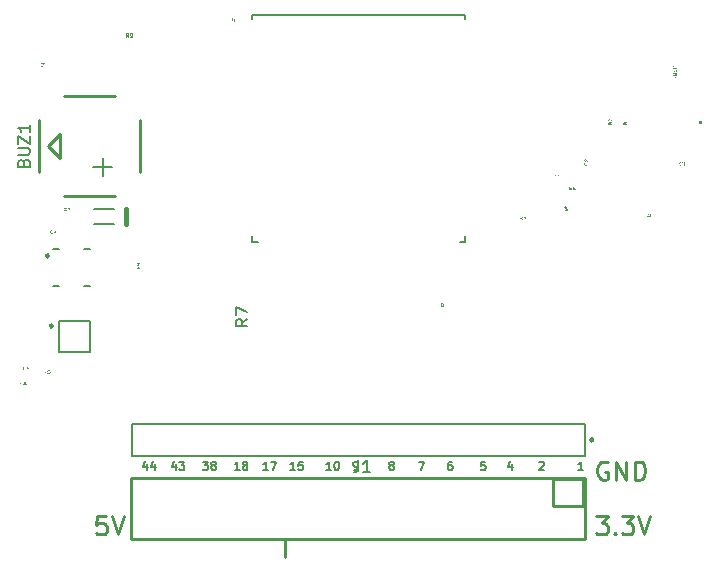
<source format=gbr>
%TF.GenerationSoftware,KiCad,Pcbnew,9.0.6*%
%TF.CreationDate,2025-12-04T12:23:30+01:00*%
%TF.ProjectId,Motherboard,4d6f7468-6572-4626-9f61-72642e6b6963,rev?*%
%TF.SameCoordinates,Original*%
%TF.FileFunction,Legend,Top*%
%TF.FilePolarity,Positive*%
%FSLAX46Y46*%
G04 Gerber Fmt 4.6, Leading zero omitted, Abs format (unit mm)*
G04 Created by KiCad (PCBNEW 9.0.6) date 2025-12-04 12:23:30*
%MOMM*%
%LPD*%
G01*
G04 APERTURE LIST*
%ADD10C,0.175000*%
%ADD11C,0.254000*%
%ADD12C,0.100000*%
%ADD13C,0.043750*%
%ADD14C,0.150000*%
%ADD15C,0.203200*%
%ADD16C,0.080010*%
%ADD17C,0.078750*%
%ADD18C,0.250000*%
%ADD19C,0.200000*%
%ADD20C,0.400000*%
G04 APERTURE END LIST*
D10*
X156448896Y-119754098D02*
X156315563Y-119754098D01*
X156315563Y-119754098D02*
X156248896Y-119787431D01*
X156248896Y-119787431D02*
X156215563Y-119820765D01*
X156215563Y-119820765D02*
X156148896Y-119920765D01*
X156148896Y-119920765D02*
X156115563Y-120054098D01*
X156115563Y-120054098D02*
X156115563Y-120320765D01*
X156115563Y-120320765D02*
X156148896Y-120387431D01*
X156148896Y-120387431D02*
X156182230Y-120420765D01*
X156182230Y-120420765D02*
X156248896Y-120454098D01*
X156248896Y-120454098D02*
X156382230Y-120454098D01*
X156382230Y-120454098D02*
X156448896Y-120420765D01*
X156448896Y-120420765D02*
X156482230Y-120387431D01*
X156482230Y-120387431D02*
X156515563Y-120320765D01*
X156515563Y-120320765D02*
X156515563Y-120154098D01*
X156515563Y-120154098D02*
X156482230Y-120087431D01*
X156482230Y-120087431D02*
X156448896Y-120054098D01*
X156448896Y-120054098D02*
X156382230Y-120020765D01*
X156382230Y-120020765D02*
X156248896Y-120020765D01*
X156248896Y-120020765D02*
X156182230Y-120054098D01*
X156182230Y-120054098D02*
X156148896Y-120087431D01*
X156148896Y-120087431D02*
X156115563Y-120154098D01*
X163862563Y-119820765D02*
X163895896Y-119787431D01*
X163895896Y-119787431D02*
X163962563Y-119754098D01*
X163962563Y-119754098D02*
X164129230Y-119754098D01*
X164129230Y-119754098D02*
X164195896Y-119787431D01*
X164195896Y-119787431D02*
X164229230Y-119820765D01*
X164229230Y-119820765D02*
X164262563Y-119887431D01*
X164262563Y-119887431D02*
X164262563Y-119954098D01*
X164262563Y-119954098D02*
X164229230Y-120054098D01*
X164229230Y-120054098D02*
X163829230Y-120454098D01*
X163829230Y-120454098D02*
X164262563Y-120454098D01*
D11*
X127150775Y-124387088D02*
X126425061Y-124387088D01*
X126425061Y-124387088D02*
X126352489Y-125112802D01*
X126352489Y-125112802D02*
X126425061Y-125040231D01*
X126425061Y-125040231D02*
X126570204Y-124967659D01*
X126570204Y-124967659D02*
X126933061Y-124967659D01*
X126933061Y-124967659D02*
X127078204Y-125040231D01*
X127078204Y-125040231D02*
X127150775Y-125112802D01*
X127150775Y-125112802D02*
X127223346Y-125257945D01*
X127223346Y-125257945D02*
X127223346Y-125620802D01*
X127223346Y-125620802D02*
X127150775Y-125765945D01*
X127150775Y-125765945D02*
X127078204Y-125838517D01*
X127078204Y-125838517D02*
X126933061Y-125911088D01*
X126933061Y-125911088D02*
X126570204Y-125911088D01*
X126570204Y-125911088D02*
X126425061Y-125838517D01*
X126425061Y-125838517D02*
X126352489Y-125765945D01*
X127658775Y-124387088D02*
X128166775Y-125911088D01*
X128166775Y-125911088D02*
X128674775Y-124387088D01*
D10*
X133080896Y-119987431D02*
X133080896Y-120454098D01*
X132914230Y-119720765D02*
X132747563Y-120220765D01*
X132747563Y-120220765D02*
X133180896Y-120220765D01*
X133380897Y-119754098D02*
X133814230Y-119754098D01*
X133814230Y-119754098D02*
X133580897Y-120020765D01*
X133580897Y-120020765D02*
X133680897Y-120020765D01*
X133680897Y-120020765D02*
X133747563Y-120054098D01*
X133747563Y-120054098D02*
X133780897Y-120087431D01*
X133780897Y-120087431D02*
X133814230Y-120154098D01*
X133814230Y-120154098D02*
X133814230Y-120320765D01*
X133814230Y-120320765D02*
X133780897Y-120387431D01*
X133780897Y-120387431D02*
X133747563Y-120420765D01*
X133747563Y-120420765D02*
X133680897Y-120454098D01*
X133680897Y-120454098D02*
X133480897Y-120454098D01*
X133480897Y-120454098D02*
X133414230Y-120420765D01*
X133414230Y-120420765D02*
X133380897Y-120387431D01*
X159276230Y-119754098D02*
X158942896Y-119754098D01*
X158942896Y-119754098D02*
X158909563Y-120087431D01*
X158909563Y-120087431D02*
X158942896Y-120054098D01*
X158942896Y-120054098D02*
X159009563Y-120020765D01*
X159009563Y-120020765D02*
X159176230Y-120020765D01*
X159176230Y-120020765D02*
X159242896Y-120054098D01*
X159242896Y-120054098D02*
X159276230Y-120087431D01*
X159276230Y-120087431D02*
X159309563Y-120154098D01*
X159309563Y-120154098D02*
X159309563Y-120320765D01*
X159309563Y-120320765D02*
X159276230Y-120387431D01*
X159276230Y-120387431D02*
X159242896Y-120420765D01*
X159242896Y-120420765D02*
X159176230Y-120454098D01*
X159176230Y-120454098D02*
X159009563Y-120454098D01*
X159009563Y-120454098D02*
X158942896Y-120420765D01*
X158942896Y-120420765D02*
X158909563Y-120387431D01*
X151295896Y-120054098D02*
X151229230Y-120020765D01*
X151229230Y-120020765D02*
X151195896Y-119987431D01*
X151195896Y-119987431D02*
X151162563Y-119920765D01*
X151162563Y-119920765D02*
X151162563Y-119887431D01*
X151162563Y-119887431D02*
X151195896Y-119820765D01*
X151195896Y-119820765D02*
X151229230Y-119787431D01*
X151229230Y-119787431D02*
X151295896Y-119754098D01*
X151295896Y-119754098D02*
X151429230Y-119754098D01*
X151429230Y-119754098D02*
X151495896Y-119787431D01*
X151495896Y-119787431D02*
X151529230Y-119820765D01*
X151529230Y-119820765D02*
X151562563Y-119887431D01*
X151562563Y-119887431D02*
X151562563Y-119920765D01*
X151562563Y-119920765D02*
X151529230Y-119987431D01*
X151529230Y-119987431D02*
X151495896Y-120020765D01*
X151495896Y-120020765D02*
X151429230Y-120054098D01*
X151429230Y-120054098D02*
X151295896Y-120054098D01*
X151295896Y-120054098D02*
X151229230Y-120087431D01*
X151229230Y-120087431D02*
X151195896Y-120120765D01*
X151195896Y-120120765D02*
X151162563Y-120187431D01*
X151162563Y-120187431D02*
X151162563Y-120320765D01*
X151162563Y-120320765D02*
X151195896Y-120387431D01*
X151195896Y-120387431D02*
X151229230Y-120420765D01*
X151229230Y-120420765D02*
X151295896Y-120454098D01*
X151295896Y-120454098D02*
X151429230Y-120454098D01*
X151429230Y-120454098D02*
X151495896Y-120420765D01*
X151495896Y-120420765D02*
X151529230Y-120387431D01*
X151529230Y-120387431D02*
X151562563Y-120320765D01*
X151562563Y-120320765D02*
X151562563Y-120187431D01*
X151562563Y-120187431D02*
X151529230Y-120120765D01*
X151529230Y-120120765D02*
X151495896Y-120087431D01*
X151495896Y-120087431D02*
X151429230Y-120054098D01*
D12*
X155577268Y-106614962D02*
X155539173Y-106595915D01*
X155539173Y-106595915D02*
X155520126Y-106576867D01*
X155520126Y-106576867D02*
X155501078Y-106538772D01*
X155501078Y-106538772D02*
X155501078Y-106424486D01*
X155501078Y-106424486D02*
X155520126Y-106386391D01*
X155520126Y-106386391D02*
X155539173Y-106367343D01*
X155539173Y-106367343D02*
X155577268Y-106348295D01*
X155577268Y-106348295D02*
X155634411Y-106348295D01*
X155634411Y-106348295D02*
X155672507Y-106367343D01*
X155672507Y-106367343D02*
X155691554Y-106386391D01*
X155691554Y-106386391D02*
X155710602Y-106424486D01*
X155710602Y-106424486D02*
X155710602Y-106538772D01*
X155710602Y-106538772D02*
X155691554Y-106576867D01*
X155691554Y-106576867D02*
X155672507Y-106595915D01*
X155672507Y-106595915D02*
X155634411Y-106614962D01*
X155634411Y-106614962D02*
X155577268Y-106614962D01*
D11*
X169641346Y-119822389D02*
X169496204Y-119749818D01*
X169496204Y-119749818D02*
X169278489Y-119749818D01*
X169278489Y-119749818D02*
X169060775Y-119822389D01*
X169060775Y-119822389D02*
X168915632Y-119967532D01*
X168915632Y-119967532D02*
X168843061Y-120112675D01*
X168843061Y-120112675D02*
X168770489Y-120402961D01*
X168770489Y-120402961D02*
X168770489Y-120620675D01*
X168770489Y-120620675D02*
X168843061Y-120910961D01*
X168843061Y-120910961D02*
X168915632Y-121056104D01*
X168915632Y-121056104D02*
X169060775Y-121201247D01*
X169060775Y-121201247D02*
X169278489Y-121273818D01*
X169278489Y-121273818D02*
X169423632Y-121273818D01*
X169423632Y-121273818D02*
X169641346Y-121201247D01*
X169641346Y-121201247D02*
X169713918Y-121128675D01*
X169713918Y-121128675D02*
X169713918Y-120620675D01*
X169713918Y-120620675D02*
X169423632Y-120620675D01*
X170367061Y-121273818D02*
X170367061Y-119749818D01*
X170367061Y-119749818D02*
X171237918Y-121273818D01*
X171237918Y-121273818D02*
X171237918Y-119749818D01*
X171963632Y-121273818D02*
X171963632Y-119749818D01*
X171963632Y-119749818D02*
X172326489Y-119749818D01*
X172326489Y-119749818D02*
X172544203Y-119822389D01*
X172544203Y-119822389D02*
X172689346Y-119967532D01*
X172689346Y-119967532D02*
X172761917Y-120112675D01*
X172761917Y-120112675D02*
X172834489Y-120402961D01*
X172834489Y-120402961D02*
X172834489Y-120620675D01*
X172834489Y-120620675D02*
X172761917Y-120910961D01*
X172761917Y-120910961D02*
X172689346Y-121056104D01*
X172689346Y-121056104D02*
X172544203Y-121201247D01*
X172544203Y-121201247D02*
X172326489Y-121273818D01*
X172326489Y-121273818D02*
X171963632Y-121273818D01*
D10*
X153669230Y-119754098D02*
X154135896Y-119754098D01*
X154135896Y-119754098D02*
X153835896Y-120454098D01*
X130667896Y-119987431D02*
X130667896Y-120454098D01*
X130501230Y-119720765D02*
X130334563Y-120220765D01*
X130334563Y-120220765D02*
X130767896Y-120220765D01*
X131334563Y-119987431D02*
X131334563Y-120454098D01*
X131167897Y-119720765D02*
X131001230Y-120220765D01*
X131001230Y-120220765D02*
X131434563Y-120220765D01*
X140894563Y-120454098D02*
X140494563Y-120454098D01*
X140694563Y-120454098D02*
X140694563Y-119754098D01*
X140694563Y-119754098D02*
X140627896Y-119854098D01*
X140627896Y-119854098D02*
X140561230Y-119920765D01*
X140561230Y-119920765D02*
X140494563Y-119954098D01*
X141127897Y-119754098D02*
X141594563Y-119754098D01*
X141594563Y-119754098D02*
X141294563Y-120454098D01*
X135381230Y-119754098D02*
X135814563Y-119754098D01*
X135814563Y-119754098D02*
X135581230Y-120020765D01*
X135581230Y-120020765D02*
X135681230Y-120020765D01*
X135681230Y-120020765D02*
X135747896Y-120054098D01*
X135747896Y-120054098D02*
X135781230Y-120087431D01*
X135781230Y-120087431D02*
X135814563Y-120154098D01*
X135814563Y-120154098D02*
X135814563Y-120320765D01*
X135814563Y-120320765D02*
X135781230Y-120387431D01*
X135781230Y-120387431D02*
X135747896Y-120420765D01*
X135747896Y-120420765D02*
X135681230Y-120454098D01*
X135681230Y-120454098D02*
X135481230Y-120454098D01*
X135481230Y-120454098D02*
X135414563Y-120420765D01*
X135414563Y-120420765D02*
X135381230Y-120387431D01*
X136214563Y-120054098D02*
X136147897Y-120020765D01*
X136147897Y-120020765D02*
X136114563Y-119987431D01*
X136114563Y-119987431D02*
X136081230Y-119920765D01*
X136081230Y-119920765D02*
X136081230Y-119887431D01*
X136081230Y-119887431D02*
X136114563Y-119820765D01*
X136114563Y-119820765D02*
X136147897Y-119787431D01*
X136147897Y-119787431D02*
X136214563Y-119754098D01*
X136214563Y-119754098D02*
X136347897Y-119754098D01*
X136347897Y-119754098D02*
X136414563Y-119787431D01*
X136414563Y-119787431D02*
X136447897Y-119820765D01*
X136447897Y-119820765D02*
X136481230Y-119887431D01*
X136481230Y-119887431D02*
X136481230Y-119920765D01*
X136481230Y-119920765D02*
X136447897Y-119987431D01*
X136447897Y-119987431D02*
X136414563Y-120020765D01*
X136414563Y-120020765D02*
X136347897Y-120054098D01*
X136347897Y-120054098D02*
X136214563Y-120054098D01*
X136214563Y-120054098D02*
X136147897Y-120087431D01*
X136147897Y-120087431D02*
X136114563Y-120120765D01*
X136114563Y-120120765D02*
X136081230Y-120187431D01*
X136081230Y-120187431D02*
X136081230Y-120320765D01*
X136081230Y-120320765D02*
X136114563Y-120387431D01*
X136114563Y-120387431D02*
X136147897Y-120420765D01*
X136147897Y-120420765D02*
X136214563Y-120454098D01*
X136214563Y-120454098D02*
X136347897Y-120454098D01*
X136347897Y-120454098D02*
X136414563Y-120420765D01*
X136414563Y-120420765D02*
X136447897Y-120387431D01*
X136447897Y-120387431D02*
X136481230Y-120320765D01*
X136481230Y-120320765D02*
X136481230Y-120187431D01*
X136481230Y-120187431D02*
X136447897Y-120120765D01*
X136447897Y-120120765D02*
X136414563Y-120087431D01*
X136414563Y-120087431D02*
X136347897Y-120054098D01*
D11*
X168697918Y-124387088D02*
X169641346Y-124387088D01*
X169641346Y-124387088D02*
X169133346Y-124967659D01*
X169133346Y-124967659D02*
X169351061Y-124967659D01*
X169351061Y-124967659D02*
X169496204Y-125040231D01*
X169496204Y-125040231D02*
X169568775Y-125112802D01*
X169568775Y-125112802D02*
X169641346Y-125257945D01*
X169641346Y-125257945D02*
X169641346Y-125620802D01*
X169641346Y-125620802D02*
X169568775Y-125765945D01*
X169568775Y-125765945D02*
X169496204Y-125838517D01*
X169496204Y-125838517D02*
X169351061Y-125911088D01*
X169351061Y-125911088D02*
X168915632Y-125911088D01*
X168915632Y-125911088D02*
X168770489Y-125838517D01*
X168770489Y-125838517D02*
X168697918Y-125765945D01*
X170294490Y-125765945D02*
X170367061Y-125838517D01*
X170367061Y-125838517D02*
X170294490Y-125911088D01*
X170294490Y-125911088D02*
X170221918Y-125838517D01*
X170221918Y-125838517D02*
X170294490Y-125765945D01*
X170294490Y-125765945D02*
X170294490Y-125911088D01*
X170875061Y-124387088D02*
X171818489Y-124387088D01*
X171818489Y-124387088D02*
X171310489Y-124967659D01*
X171310489Y-124967659D02*
X171528204Y-124967659D01*
X171528204Y-124967659D02*
X171673347Y-125040231D01*
X171673347Y-125040231D02*
X171745918Y-125112802D01*
X171745918Y-125112802D02*
X171818489Y-125257945D01*
X171818489Y-125257945D02*
X171818489Y-125620802D01*
X171818489Y-125620802D02*
X171745918Y-125765945D01*
X171745918Y-125765945D02*
X171673347Y-125838517D01*
X171673347Y-125838517D02*
X171528204Y-125911088D01*
X171528204Y-125911088D02*
X171092775Y-125911088D01*
X171092775Y-125911088D02*
X170947632Y-125838517D01*
X170947632Y-125838517D02*
X170875061Y-125765945D01*
X172253918Y-124387088D02*
X172761918Y-125911088D01*
X172761918Y-125911088D02*
X173269918Y-124387088D01*
D10*
X146228563Y-120454098D02*
X145828563Y-120454098D01*
X146028563Y-120454098D02*
X146028563Y-119754098D01*
X146028563Y-119754098D02*
X145961896Y-119854098D01*
X145961896Y-119854098D02*
X145895230Y-119920765D01*
X145895230Y-119920765D02*
X145828563Y-119954098D01*
X146661897Y-119754098D02*
X146728563Y-119754098D01*
X146728563Y-119754098D02*
X146795230Y-119787431D01*
X146795230Y-119787431D02*
X146828563Y-119820765D01*
X146828563Y-119820765D02*
X146861897Y-119887431D01*
X146861897Y-119887431D02*
X146895230Y-120020765D01*
X146895230Y-120020765D02*
X146895230Y-120187431D01*
X146895230Y-120187431D02*
X146861897Y-120320765D01*
X146861897Y-120320765D02*
X146828563Y-120387431D01*
X146828563Y-120387431D02*
X146795230Y-120420765D01*
X146795230Y-120420765D02*
X146728563Y-120454098D01*
X146728563Y-120454098D02*
X146661897Y-120454098D01*
X146661897Y-120454098D02*
X146595230Y-120420765D01*
X146595230Y-120420765D02*
X146561897Y-120387431D01*
X146561897Y-120387431D02*
X146528563Y-120320765D01*
X146528563Y-120320765D02*
X146495230Y-120187431D01*
X146495230Y-120187431D02*
X146495230Y-120020765D01*
X146495230Y-120020765D02*
X146528563Y-119887431D01*
X146528563Y-119887431D02*
X146561897Y-119820765D01*
X146561897Y-119820765D02*
X146595230Y-119787431D01*
X146595230Y-119787431D02*
X146661897Y-119754098D01*
D11*
X142300061Y-127816088D02*
X142300061Y-126292088D01*
D10*
X167564563Y-120454098D02*
X167164563Y-120454098D01*
X167364563Y-120454098D02*
X167364563Y-119754098D01*
X167364563Y-119754098D02*
X167297896Y-119854098D01*
X167297896Y-119854098D02*
X167231230Y-119920765D01*
X167231230Y-119920765D02*
X167164563Y-119954098D01*
X138481563Y-120454098D02*
X138081563Y-120454098D01*
X138281563Y-120454098D02*
X138281563Y-119754098D01*
X138281563Y-119754098D02*
X138214896Y-119854098D01*
X138214896Y-119854098D02*
X138148230Y-119920765D01*
X138148230Y-119920765D02*
X138081563Y-119954098D01*
X138881563Y-120054098D02*
X138814897Y-120020765D01*
X138814897Y-120020765D02*
X138781563Y-119987431D01*
X138781563Y-119987431D02*
X138748230Y-119920765D01*
X138748230Y-119920765D02*
X138748230Y-119887431D01*
X138748230Y-119887431D02*
X138781563Y-119820765D01*
X138781563Y-119820765D02*
X138814897Y-119787431D01*
X138814897Y-119787431D02*
X138881563Y-119754098D01*
X138881563Y-119754098D02*
X139014897Y-119754098D01*
X139014897Y-119754098D02*
X139081563Y-119787431D01*
X139081563Y-119787431D02*
X139114897Y-119820765D01*
X139114897Y-119820765D02*
X139148230Y-119887431D01*
X139148230Y-119887431D02*
X139148230Y-119920765D01*
X139148230Y-119920765D02*
X139114897Y-119987431D01*
X139114897Y-119987431D02*
X139081563Y-120020765D01*
X139081563Y-120020765D02*
X139014897Y-120054098D01*
X139014897Y-120054098D02*
X138881563Y-120054098D01*
X138881563Y-120054098D02*
X138814897Y-120087431D01*
X138814897Y-120087431D02*
X138781563Y-120120765D01*
X138781563Y-120120765D02*
X138748230Y-120187431D01*
X138748230Y-120187431D02*
X138748230Y-120320765D01*
X138748230Y-120320765D02*
X138781563Y-120387431D01*
X138781563Y-120387431D02*
X138814897Y-120420765D01*
X138814897Y-120420765D02*
X138881563Y-120454098D01*
X138881563Y-120454098D02*
X139014897Y-120454098D01*
X139014897Y-120454098D02*
X139081563Y-120420765D01*
X139081563Y-120420765D02*
X139114897Y-120387431D01*
X139114897Y-120387431D02*
X139148230Y-120320765D01*
X139148230Y-120320765D02*
X139148230Y-120187431D01*
X139148230Y-120187431D02*
X139114897Y-120120765D01*
X139114897Y-120120765D02*
X139081563Y-120087431D01*
X139081563Y-120087431D02*
X139014897Y-120054098D01*
X161528896Y-119987431D02*
X161528896Y-120454098D01*
X161362230Y-119720765D02*
X161195563Y-120220765D01*
X161195563Y-120220765D02*
X161628896Y-120220765D01*
X148181230Y-120454098D02*
X148314563Y-120454098D01*
X148314563Y-120454098D02*
X148381230Y-120420765D01*
X148381230Y-120420765D02*
X148414563Y-120387431D01*
X148414563Y-120387431D02*
X148481230Y-120287431D01*
X148481230Y-120287431D02*
X148514563Y-120154098D01*
X148514563Y-120154098D02*
X148514563Y-119887431D01*
X148514563Y-119887431D02*
X148481230Y-119820765D01*
X148481230Y-119820765D02*
X148447896Y-119787431D01*
X148447896Y-119787431D02*
X148381230Y-119754098D01*
X148381230Y-119754098D02*
X148247896Y-119754098D01*
X148247896Y-119754098D02*
X148181230Y-119787431D01*
X148181230Y-119787431D02*
X148147896Y-119820765D01*
X148147896Y-119820765D02*
X148114563Y-119887431D01*
X148114563Y-119887431D02*
X148114563Y-120054098D01*
X148114563Y-120054098D02*
X148147896Y-120120765D01*
X148147896Y-120120765D02*
X148181230Y-120154098D01*
X148181230Y-120154098D02*
X148247896Y-120187431D01*
X148247896Y-120187431D02*
X148381230Y-120187431D01*
X148381230Y-120187431D02*
X148447896Y-120154098D01*
X148447896Y-120154098D02*
X148481230Y-120120765D01*
X148481230Y-120120765D02*
X148514563Y-120054098D01*
X143180563Y-120454098D02*
X142780563Y-120454098D01*
X142980563Y-120454098D02*
X142980563Y-119754098D01*
X142980563Y-119754098D02*
X142913896Y-119854098D01*
X142913896Y-119854098D02*
X142847230Y-119920765D01*
X142847230Y-119920765D02*
X142780563Y-119954098D01*
X143813897Y-119754098D02*
X143480563Y-119754098D01*
X143480563Y-119754098D02*
X143447230Y-120087431D01*
X143447230Y-120087431D02*
X143480563Y-120054098D01*
X143480563Y-120054098D02*
X143547230Y-120020765D01*
X143547230Y-120020765D02*
X143713897Y-120020765D01*
X143713897Y-120020765D02*
X143780563Y-120054098D01*
X143780563Y-120054098D02*
X143813897Y-120087431D01*
X143813897Y-120087431D02*
X143847230Y-120154098D01*
X143847230Y-120154098D02*
X143847230Y-120320765D01*
X143847230Y-120320765D02*
X143813897Y-120387431D01*
X143813897Y-120387431D02*
X143780563Y-120420765D01*
X143780563Y-120420765D02*
X143713897Y-120454098D01*
X143713897Y-120454098D02*
X143547230Y-120454098D01*
X143547230Y-120454098D02*
X143480563Y-120420765D01*
X143480563Y-120420765D02*
X143447230Y-120387431D01*
D13*
X129047766Y-83806756D02*
X128931099Y-83640090D01*
X128847766Y-83806756D02*
X128847766Y-83456756D01*
X128847766Y-83456756D02*
X128981099Y-83456756D01*
X128981099Y-83456756D02*
X129014433Y-83473423D01*
X129014433Y-83473423D02*
X129031099Y-83490090D01*
X129031099Y-83490090D02*
X129047766Y-83523423D01*
X129047766Y-83523423D02*
X129047766Y-83573423D01*
X129047766Y-83573423D02*
X129031099Y-83606756D01*
X129031099Y-83606756D02*
X129014433Y-83623423D01*
X129014433Y-83623423D02*
X128981099Y-83640090D01*
X128981099Y-83640090D02*
X128847766Y-83640090D01*
X129214433Y-83806756D02*
X129281099Y-83806756D01*
X129281099Y-83806756D02*
X129314433Y-83790090D01*
X129314433Y-83790090D02*
X129331099Y-83773423D01*
X129331099Y-83773423D02*
X129364433Y-83723423D01*
X129364433Y-83723423D02*
X129381099Y-83656756D01*
X129381099Y-83656756D02*
X129381099Y-83523423D01*
X129381099Y-83523423D02*
X129364433Y-83490090D01*
X129364433Y-83490090D02*
X129347766Y-83473423D01*
X129347766Y-83473423D02*
X129314433Y-83456756D01*
X129314433Y-83456756D02*
X129247766Y-83456756D01*
X129247766Y-83456756D02*
X129214433Y-83473423D01*
X129214433Y-83473423D02*
X129197766Y-83490090D01*
X129197766Y-83490090D02*
X129181099Y-83523423D01*
X129181099Y-83523423D02*
X129181099Y-83606756D01*
X129181099Y-83606756D02*
X129197766Y-83640090D01*
X129197766Y-83640090D02*
X129214433Y-83656756D01*
X129214433Y-83656756D02*
X129247766Y-83673423D01*
X129247766Y-83673423D02*
X129314433Y-83673423D01*
X129314433Y-83673423D02*
X129347766Y-83656756D01*
X129347766Y-83656756D02*
X129364433Y-83640090D01*
X129364433Y-83640090D02*
X129381099Y-83606756D01*
D14*
X139142918Y-107675781D02*
X138666727Y-108009114D01*
X139142918Y-108247209D02*
X138142918Y-108247209D01*
X138142918Y-108247209D02*
X138142918Y-107866257D01*
X138142918Y-107866257D02*
X138190537Y-107771019D01*
X138190537Y-107771019D02*
X138238156Y-107723400D01*
X138238156Y-107723400D02*
X138333394Y-107675781D01*
X138333394Y-107675781D02*
X138476251Y-107675781D01*
X138476251Y-107675781D02*
X138571489Y-107723400D01*
X138571489Y-107723400D02*
X138619108Y-107771019D01*
X138619108Y-107771019D02*
X138666727Y-107866257D01*
X138666727Y-107866257D02*
X138666727Y-108247209D01*
X138142918Y-107342447D02*
X138142918Y-106675781D01*
X138142918Y-106675781D02*
X139142918Y-107104352D01*
X148517765Y-119647934D02*
X148517765Y-120362219D01*
X148517765Y-120362219D02*
X148470146Y-120505076D01*
X148470146Y-120505076D02*
X148374908Y-120600315D01*
X148374908Y-120600315D02*
X148232051Y-120647934D01*
X148232051Y-120647934D02*
X148136813Y-120647934D01*
X149517765Y-120647934D02*
X148946337Y-120647934D01*
X149232051Y-120647934D02*
X149232051Y-119647934D01*
X149232051Y-119647934D02*
X149136813Y-119790791D01*
X149136813Y-119790791D02*
X149041575Y-119886029D01*
X149041575Y-119886029D02*
X148946337Y-119933648D01*
X120199143Y-94435876D02*
X120246762Y-94293019D01*
X120246762Y-94293019D02*
X120294381Y-94245400D01*
X120294381Y-94245400D02*
X120389619Y-94197781D01*
X120389619Y-94197781D02*
X120532476Y-94197781D01*
X120532476Y-94197781D02*
X120627714Y-94245400D01*
X120627714Y-94245400D02*
X120675334Y-94293019D01*
X120675334Y-94293019D02*
X120722953Y-94388257D01*
X120722953Y-94388257D02*
X120722953Y-94769209D01*
X120722953Y-94769209D02*
X119722953Y-94769209D01*
X119722953Y-94769209D02*
X119722953Y-94435876D01*
X119722953Y-94435876D02*
X119770572Y-94340638D01*
X119770572Y-94340638D02*
X119818191Y-94293019D01*
X119818191Y-94293019D02*
X119913429Y-94245400D01*
X119913429Y-94245400D02*
X120008667Y-94245400D01*
X120008667Y-94245400D02*
X120103905Y-94293019D01*
X120103905Y-94293019D02*
X120151524Y-94340638D01*
X120151524Y-94340638D02*
X120199143Y-94435876D01*
X120199143Y-94435876D02*
X120199143Y-94769209D01*
X119722953Y-93769209D02*
X120532476Y-93769209D01*
X120532476Y-93769209D02*
X120627714Y-93721590D01*
X120627714Y-93721590D02*
X120675334Y-93673971D01*
X120675334Y-93673971D02*
X120722953Y-93578733D01*
X120722953Y-93578733D02*
X120722953Y-93388257D01*
X120722953Y-93388257D02*
X120675334Y-93293019D01*
X120675334Y-93293019D02*
X120627714Y-93245400D01*
X120627714Y-93245400D02*
X120532476Y-93197781D01*
X120532476Y-93197781D02*
X119722953Y-93197781D01*
X119722953Y-92816828D02*
X119722953Y-92150162D01*
X119722953Y-92150162D02*
X120722953Y-92816828D01*
X120722953Y-92816828D02*
X120722953Y-92150162D01*
X120722953Y-91245400D02*
X120722953Y-91816828D01*
X120722953Y-91531114D02*
X119722953Y-91531114D01*
X119722953Y-91531114D02*
X119865810Y-91626352D01*
X119865810Y-91626352D02*
X119961048Y-91721590D01*
X119961048Y-91721590D02*
X120008667Y-91816828D01*
D15*
X127650975Y-94815395D02*
X126102785Y-94815395D01*
X126876880Y-94041300D02*
X126876880Y-95589490D01*
D16*
G36*
X165308829Y-95548246D02*
G01*
X165298120Y-95590652D01*
X165272593Y-95582239D01*
X165251191Y-95571383D01*
X165233343Y-95558204D01*
X165218623Y-95542658D01*
X165206827Y-95524694D01*
X165198325Y-95504830D01*
X165193082Y-95482724D01*
X165191265Y-95457944D01*
X165192750Y-95431809D01*
X165196939Y-95409395D01*
X165203529Y-95390165D01*
X165212350Y-95373659D01*
X165223877Y-95358630D01*
X165237740Y-95345437D01*
X165254162Y-95333981D01*
X165273458Y-95324258D01*
X165300585Y-95314901D01*
X165329133Y-95309236D01*
X165359383Y-95307315D01*
X165392311Y-95309578D01*
X165421214Y-95316054D01*
X165446716Y-95326446D01*
X165464449Y-95337173D01*
X165479658Y-95349759D01*
X165492578Y-95364277D01*
X165503348Y-95380890D01*
X165514043Y-95405063D01*
X165520499Y-95430839D01*
X165522695Y-95458608D01*
X165521058Y-95482524D01*
X165516357Y-95503713D01*
X165508784Y-95522590D01*
X165498365Y-95539492D01*
X165485204Y-95554426D01*
X165469623Y-95566969D01*
X165451348Y-95577231D01*
X165429988Y-95585181D01*
X165420139Y-95543439D01*
X165442372Y-95534306D01*
X165458918Y-95523475D01*
X165470850Y-95511078D01*
X165479471Y-95496205D01*
X165484841Y-95478639D01*
X165486738Y-95457729D01*
X165484620Y-95433654D01*
X165478615Y-95413299D01*
X165468974Y-95395957D01*
X165455824Y-95381091D01*
X165440065Y-95369534D01*
X165421312Y-95361094D01*
X165401163Y-95355514D01*
X165380637Y-95352170D01*
X165359618Y-95351049D01*
X165332465Y-95352477D01*
X165308756Y-95356533D01*
X165288036Y-95362950D01*
X165268990Y-95372614D01*
X165253946Y-95384921D01*
X165242347Y-95400002D01*
X165233924Y-95417281D01*
X165228910Y-95435333D01*
X165227222Y-95454446D01*
X165228577Y-95472030D01*
X165232498Y-95487751D01*
X165238879Y-95501923D01*
X165247780Y-95514791D01*
X165258783Y-95525712D01*
X165272340Y-95534955D01*
X165288851Y-95542514D01*
X165308829Y-95548246D01*
G37*
G36*
X165196268Y-95775128D02*
G01*
X165196268Y-95735770D01*
X165447693Y-95735770D01*
X165434663Y-95720109D01*
X165420510Y-95698504D01*
X165408208Y-95675767D01*
X165400128Y-95657075D01*
X165437649Y-95657075D01*
X165449036Y-95678480D01*
X165461702Y-95697658D01*
X165475638Y-95714782D01*
X165491295Y-95730493D01*
X165505668Y-95741919D01*
X165518943Y-95749762D01*
X165518943Y-95775128D01*
X165196268Y-95775128D01*
G37*
G36*
X167888368Y-94450978D02*
G01*
X167899077Y-94408572D01*
X167924604Y-94416985D01*
X167946006Y-94427841D01*
X167963854Y-94441020D01*
X167978574Y-94456566D01*
X167990370Y-94474530D01*
X167998872Y-94494394D01*
X168004115Y-94516500D01*
X168005932Y-94541280D01*
X168004447Y-94567415D01*
X168000258Y-94589829D01*
X167993668Y-94609059D01*
X167984847Y-94625565D01*
X167973320Y-94640594D01*
X167959457Y-94653787D01*
X167943035Y-94665243D01*
X167923739Y-94674966D01*
X167896612Y-94684323D01*
X167868064Y-94689988D01*
X167837814Y-94691909D01*
X167804886Y-94689646D01*
X167775983Y-94683170D01*
X167750481Y-94672778D01*
X167732748Y-94662051D01*
X167717539Y-94649465D01*
X167704619Y-94634947D01*
X167693849Y-94618334D01*
X167683154Y-94594161D01*
X167676698Y-94568385D01*
X167674502Y-94540616D01*
X167676139Y-94516700D01*
X167680840Y-94495511D01*
X167688413Y-94476634D01*
X167698832Y-94459732D01*
X167711993Y-94444798D01*
X167727574Y-94432255D01*
X167745849Y-94421993D01*
X167767209Y-94414043D01*
X167777058Y-94455785D01*
X167754825Y-94464918D01*
X167738279Y-94475749D01*
X167726347Y-94488146D01*
X167717726Y-94503019D01*
X167712356Y-94520585D01*
X167710459Y-94541495D01*
X167712577Y-94565570D01*
X167718582Y-94585925D01*
X167728223Y-94603267D01*
X167741373Y-94618133D01*
X167757132Y-94629690D01*
X167775885Y-94638130D01*
X167796034Y-94643710D01*
X167816560Y-94647054D01*
X167837579Y-94648175D01*
X167864732Y-94646747D01*
X167888441Y-94642691D01*
X167909161Y-94636274D01*
X167928207Y-94626610D01*
X167943251Y-94614303D01*
X167954850Y-94599222D01*
X167963273Y-94581943D01*
X167968287Y-94563891D01*
X167969975Y-94544778D01*
X167968620Y-94527194D01*
X167964699Y-94511473D01*
X167958318Y-94497301D01*
X167949417Y-94484433D01*
X167938414Y-94473512D01*
X167924857Y-94464269D01*
X167908346Y-94456710D01*
X167888368Y-94450978D01*
G37*
G36*
X167963722Y-94165510D02*
G01*
X168000930Y-94165510D01*
X168000930Y-94377344D01*
X167986996Y-94376417D01*
X167973649Y-94372751D01*
X167952687Y-94362518D01*
X167931106Y-94346858D01*
X167909943Y-94326578D01*
X167882662Y-94295366D01*
X167852746Y-94260784D01*
X167830553Y-94238254D01*
X167814461Y-94224761D01*
X167797004Y-94214066D01*
X167781300Y-94208221D01*
X167766877Y-94206391D01*
X167751924Y-94208279D01*
X167738876Y-94213795D01*
X167727246Y-94223119D01*
X167718408Y-94235129D01*
X167712992Y-94249444D01*
X167711084Y-94266717D01*
X167713124Y-94284960D01*
X167718887Y-94299878D01*
X167728262Y-94312211D01*
X167740684Y-94321441D01*
X167756237Y-94327274D01*
X167775807Y-94329466D01*
X167771625Y-94369918D01*
X167749083Y-94366125D01*
X167730395Y-94359532D01*
X167714914Y-94350374D01*
X167702154Y-94338651D01*
X167692031Y-94324522D01*
X167684598Y-94308002D01*
X167679912Y-94288638D01*
X167678254Y-94265857D01*
X167680030Y-94242941D01*
X167685048Y-94223513D01*
X167693034Y-94206965D01*
X167703971Y-94192829D01*
X167717677Y-94181004D01*
X167732657Y-94172700D01*
X167749190Y-94167669D01*
X167767678Y-94165940D01*
X167786733Y-94167886D01*
X167805687Y-94173815D01*
X167824070Y-94183763D01*
X167845024Y-94199943D01*
X167867096Y-94221663D01*
X167901696Y-94260601D01*
X167929499Y-94292693D01*
X167942284Y-94306094D01*
X167953172Y-94315421D01*
X167963722Y-94322685D01*
X167963722Y-94165510D01*
G37*
G36*
X123840240Y-98448384D02*
G01*
X123882646Y-98459093D01*
X123874233Y-98484620D01*
X123863377Y-98506022D01*
X123850198Y-98523870D01*
X123834652Y-98538590D01*
X123816688Y-98550386D01*
X123796824Y-98558888D01*
X123774718Y-98564131D01*
X123749938Y-98565948D01*
X123723803Y-98564463D01*
X123701389Y-98560274D01*
X123682159Y-98553684D01*
X123665653Y-98544863D01*
X123650624Y-98533336D01*
X123637431Y-98519473D01*
X123625975Y-98503051D01*
X123616252Y-98483755D01*
X123606895Y-98456628D01*
X123601230Y-98428080D01*
X123599309Y-98397830D01*
X123601572Y-98364902D01*
X123608048Y-98335999D01*
X123618440Y-98310497D01*
X123629167Y-98292764D01*
X123641753Y-98277555D01*
X123656271Y-98264635D01*
X123672884Y-98253865D01*
X123697057Y-98243170D01*
X123722833Y-98236714D01*
X123750602Y-98234518D01*
X123774518Y-98236155D01*
X123795707Y-98240856D01*
X123814584Y-98248429D01*
X123831486Y-98258848D01*
X123846420Y-98272009D01*
X123858963Y-98287590D01*
X123869225Y-98305865D01*
X123877175Y-98327225D01*
X123835433Y-98337074D01*
X123826300Y-98314841D01*
X123815469Y-98298295D01*
X123803072Y-98286363D01*
X123788199Y-98277742D01*
X123770633Y-98272372D01*
X123749723Y-98270475D01*
X123725648Y-98272593D01*
X123705293Y-98278598D01*
X123687951Y-98288239D01*
X123673085Y-98301389D01*
X123661528Y-98317148D01*
X123653088Y-98335901D01*
X123647508Y-98356050D01*
X123644164Y-98376576D01*
X123643043Y-98397595D01*
X123644471Y-98424748D01*
X123648527Y-98448457D01*
X123654944Y-98469177D01*
X123664608Y-98488223D01*
X123676915Y-98503267D01*
X123691996Y-98514866D01*
X123709275Y-98523289D01*
X123727327Y-98528303D01*
X123746440Y-98529991D01*
X123764024Y-98528636D01*
X123779745Y-98524715D01*
X123793917Y-98518334D01*
X123806785Y-98509433D01*
X123817706Y-98498430D01*
X123826949Y-98484873D01*
X123834508Y-98468362D01*
X123840240Y-98448384D01*
G37*
G36*
X123919111Y-98476134D02*
G01*
X123958469Y-98470897D01*
X123964584Y-98492303D01*
X123972368Y-98507746D01*
X123981528Y-98518540D01*
X123993101Y-98526596D01*
X124006182Y-98531445D01*
X124021218Y-98533118D01*
X124038937Y-98530944D01*
X124054375Y-98524609D01*
X124068099Y-98513947D01*
X124078711Y-98500166D01*
X124085047Y-98484521D01*
X124087230Y-98466421D01*
X124085185Y-98449144D01*
X124079298Y-98434487D01*
X124069525Y-98421846D01*
X124056793Y-98412176D01*
X124041989Y-98406332D01*
X124024501Y-98404298D01*
X124012766Y-98405271D01*
X123996732Y-98408675D01*
X124001090Y-98374145D01*
X124007441Y-98374594D01*
X124023803Y-98373108D01*
X124038784Y-98368748D01*
X124052680Y-98361501D01*
X124061414Y-98354139D01*
X124067601Y-98345195D01*
X124071443Y-98334356D01*
X124072808Y-98321108D01*
X124071127Y-98307308D01*
X124066268Y-98295528D01*
X124058152Y-98285288D01*
X124047637Y-98277510D01*
X124035214Y-98272765D01*
X124020338Y-98271100D01*
X124005597Y-98272757D01*
X123993003Y-98277525D01*
X123982075Y-98285405D01*
X123973494Y-98295877D01*
X123966856Y-98309882D01*
X123962397Y-98328319D01*
X123923059Y-98321323D01*
X123928061Y-98301927D01*
X123935243Y-98285517D01*
X123944492Y-98271656D01*
X123955850Y-98260020D01*
X123969190Y-98250635D01*
X123984038Y-98243882D01*
X124000674Y-98239716D01*
X124019459Y-98238270D01*
X124036679Y-98239554D01*
X124052715Y-98243326D01*
X124067786Y-98249565D01*
X124081566Y-98258158D01*
X124092725Y-98268385D01*
X124101554Y-98280344D01*
X124108103Y-98293732D01*
X124111969Y-98307466D01*
X124113260Y-98321753D01*
X124112005Y-98335296D01*
X124108300Y-98347854D01*
X124102102Y-98359664D01*
X124093727Y-98370028D01*
X124082856Y-98379072D01*
X124069095Y-98386827D01*
X124087017Y-98392941D01*
X124101545Y-98401989D01*
X124113240Y-98414030D01*
X124121807Y-98428521D01*
X124127120Y-98445531D01*
X124128991Y-98465679D01*
X124127045Y-98486019D01*
X124121357Y-98504388D01*
X124111913Y-98521214D01*
X124098389Y-98536792D01*
X124082256Y-98549434D01*
X124064246Y-98558467D01*
X124043993Y-98564020D01*
X124021003Y-98565948D01*
X124000191Y-98564286D01*
X123981841Y-98559501D01*
X123965528Y-98551742D01*
X123950926Y-98540935D01*
X123938530Y-98527561D01*
X123929173Y-98512499D01*
X123922685Y-98495484D01*
X123919111Y-98476134D01*
G37*
G36*
X122697235Y-100353384D02*
G01*
X122739641Y-100364093D01*
X122731228Y-100389620D01*
X122720372Y-100411022D01*
X122707193Y-100428870D01*
X122691647Y-100443590D01*
X122673683Y-100455386D01*
X122653819Y-100463888D01*
X122631713Y-100469131D01*
X122606933Y-100470948D01*
X122580798Y-100469463D01*
X122558384Y-100465274D01*
X122539154Y-100458684D01*
X122522648Y-100449863D01*
X122507619Y-100438336D01*
X122494426Y-100424473D01*
X122482970Y-100408051D01*
X122473247Y-100388755D01*
X122463890Y-100361628D01*
X122458225Y-100333080D01*
X122456304Y-100302830D01*
X122458567Y-100269902D01*
X122465043Y-100240999D01*
X122475435Y-100215497D01*
X122486162Y-100197764D01*
X122498748Y-100182555D01*
X122513266Y-100169635D01*
X122529879Y-100158865D01*
X122554052Y-100148170D01*
X122579828Y-100141714D01*
X122607597Y-100139518D01*
X122631513Y-100141155D01*
X122652702Y-100145856D01*
X122671579Y-100153429D01*
X122688481Y-100163848D01*
X122703415Y-100177009D01*
X122715958Y-100192590D01*
X122726220Y-100210865D01*
X122734170Y-100232225D01*
X122692428Y-100242074D01*
X122683295Y-100219841D01*
X122672464Y-100203295D01*
X122660067Y-100191363D01*
X122645194Y-100182742D01*
X122627628Y-100177372D01*
X122606718Y-100175475D01*
X122582643Y-100177593D01*
X122562288Y-100183598D01*
X122544946Y-100193239D01*
X122530080Y-100206389D01*
X122518523Y-100222148D01*
X122510083Y-100240901D01*
X122504503Y-100261050D01*
X122501159Y-100281576D01*
X122500038Y-100302595D01*
X122501466Y-100329748D01*
X122505522Y-100353457D01*
X122511939Y-100374177D01*
X122521603Y-100393223D01*
X122533910Y-100408267D01*
X122548991Y-100419866D01*
X122566270Y-100428289D01*
X122584322Y-100433303D01*
X122603435Y-100434991D01*
X122621019Y-100433636D01*
X122636740Y-100429715D01*
X122650912Y-100423334D01*
X122663780Y-100414433D01*
X122674701Y-100403430D01*
X122683944Y-100389873D01*
X122691503Y-100373362D01*
X122697235Y-100353384D01*
G37*
G36*
X122941392Y-100353384D02*
G01*
X122984677Y-100353384D01*
X122984677Y-100389341D01*
X122941392Y-100389341D01*
X122941392Y-100465946D01*
X122902034Y-100465946D01*
X122902034Y-100389341D01*
X122762994Y-100389341D01*
X122762994Y-100353384D01*
X122801687Y-100353384D01*
X122902034Y-100353384D01*
X122902034Y-100208931D01*
X122801687Y-100353384D01*
X122762994Y-100353384D01*
X122909245Y-100145771D01*
X122941392Y-100145771D01*
X122941392Y-100353384D01*
G37*
G36*
X120403210Y-111910384D02*
G01*
X120445616Y-111921093D01*
X120437203Y-111946620D01*
X120426347Y-111968022D01*
X120413168Y-111985870D01*
X120397622Y-112000590D01*
X120379658Y-112012386D01*
X120359794Y-112020888D01*
X120337688Y-112026131D01*
X120312908Y-112027948D01*
X120286773Y-112026463D01*
X120264359Y-112022274D01*
X120245129Y-112015684D01*
X120228623Y-112006863D01*
X120213594Y-111995336D01*
X120200401Y-111981473D01*
X120188945Y-111965051D01*
X120179222Y-111945755D01*
X120169865Y-111918628D01*
X120164200Y-111890080D01*
X120162279Y-111859830D01*
X120164542Y-111826902D01*
X120171018Y-111797999D01*
X120181410Y-111772497D01*
X120192137Y-111754764D01*
X120204723Y-111739555D01*
X120219241Y-111726635D01*
X120235854Y-111715865D01*
X120260027Y-111705170D01*
X120285803Y-111698714D01*
X120313572Y-111696518D01*
X120337488Y-111698155D01*
X120358677Y-111702856D01*
X120377554Y-111710429D01*
X120394456Y-111720848D01*
X120409390Y-111734009D01*
X120421933Y-111749590D01*
X120432195Y-111767865D01*
X120440145Y-111789225D01*
X120398403Y-111799074D01*
X120389270Y-111776841D01*
X120378439Y-111760295D01*
X120366042Y-111748363D01*
X120351169Y-111739742D01*
X120333603Y-111734372D01*
X120312693Y-111732475D01*
X120288618Y-111734593D01*
X120268263Y-111740598D01*
X120250921Y-111750239D01*
X120236055Y-111763389D01*
X120224498Y-111779148D01*
X120216058Y-111797901D01*
X120210478Y-111818050D01*
X120207134Y-111838576D01*
X120206013Y-111859595D01*
X120207441Y-111886748D01*
X120211497Y-111910457D01*
X120217914Y-111931177D01*
X120227578Y-111950223D01*
X120239885Y-111965267D01*
X120254966Y-111976866D01*
X120272245Y-111985289D01*
X120290297Y-111990303D01*
X120309410Y-111991991D01*
X120326994Y-111990636D01*
X120342715Y-111986715D01*
X120356887Y-111980334D01*
X120369755Y-111971433D01*
X120380676Y-111960430D01*
X120389919Y-111946873D01*
X120397478Y-111930362D01*
X120403210Y-111910384D01*
G37*
G36*
X120481867Y-111937899D02*
G01*
X120523178Y-111934401D01*
X120527919Y-111953849D01*
X120535101Y-111968706D01*
X120544498Y-111979895D01*
X120556386Y-111988337D01*
X120569684Y-111993384D01*
X120584833Y-111995118D01*
X120598582Y-111993758D01*
X120610997Y-111989778D01*
X120622377Y-111983151D01*
X120632925Y-111973622D01*
X120641316Y-111962364D01*
X120647429Y-111949346D01*
X120651256Y-111934235D01*
X120652604Y-111916599D01*
X120651297Y-111899829D01*
X120647604Y-111885642D01*
X120641731Y-111873584D01*
X120633687Y-111863308D01*
X120620009Y-111852589D01*
X120603761Y-111846072D01*
X120584188Y-111843786D01*
X120565927Y-111846025D01*
X120549853Y-111852579D01*
X120536095Y-111862756D01*
X120525816Y-111875365D01*
X120488863Y-111870558D01*
X120519915Y-111705273D01*
X120679278Y-111705273D01*
X120679278Y-111742481D01*
X120551396Y-111742481D01*
X120534121Y-111829676D01*
X120554122Y-111818030D01*
X120574178Y-111811299D01*
X120594682Y-111809079D01*
X120615123Y-111810956D01*
X120633478Y-111816421D01*
X120650171Y-111825442D01*
X120665501Y-111838275D01*
X120678001Y-111853718D01*
X120686940Y-111871104D01*
X120692447Y-111890810D01*
X120694365Y-111913355D01*
X120692714Y-111934877D01*
X120687909Y-111954420D01*
X120680036Y-111972327D01*
X120668999Y-111988864D01*
X120655741Y-112002961D01*
X120640958Y-112013750D01*
X120624446Y-112021503D01*
X120605879Y-112026286D01*
X120584833Y-112027948D01*
X120563185Y-112026281D01*
X120544373Y-112021518D01*
X120527917Y-112013860D01*
X120513446Y-112003286D01*
X120501214Y-111990098D01*
X120491927Y-111975024D01*
X120485451Y-111957766D01*
X120481867Y-111937899D01*
G37*
G36*
X120157240Y-113180384D02*
G01*
X120199646Y-113191093D01*
X120191233Y-113216620D01*
X120180377Y-113238022D01*
X120167198Y-113255870D01*
X120151652Y-113270590D01*
X120133688Y-113282386D01*
X120113824Y-113290888D01*
X120091718Y-113296131D01*
X120066938Y-113297948D01*
X120040803Y-113296463D01*
X120018389Y-113292274D01*
X119999159Y-113285684D01*
X119982653Y-113276863D01*
X119967624Y-113265336D01*
X119954431Y-113251473D01*
X119942975Y-113235051D01*
X119933252Y-113215755D01*
X119923895Y-113188628D01*
X119918230Y-113160080D01*
X119916309Y-113129830D01*
X119918572Y-113096902D01*
X119925048Y-113067999D01*
X119935440Y-113042497D01*
X119946167Y-113024764D01*
X119958753Y-113009555D01*
X119973271Y-112996635D01*
X119989884Y-112985865D01*
X120014057Y-112975170D01*
X120039833Y-112968714D01*
X120067602Y-112966518D01*
X120091518Y-112968155D01*
X120112707Y-112972856D01*
X120131584Y-112980429D01*
X120148486Y-112990848D01*
X120163420Y-113004009D01*
X120175963Y-113019590D01*
X120186225Y-113037865D01*
X120194175Y-113059225D01*
X120152433Y-113069074D01*
X120143300Y-113046841D01*
X120132469Y-113030295D01*
X120120072Y-113018363D01*
X120105199Y-113009742D01*
X120087633Y-113004372D01*
X120066723Y-113002475D01*
X120042648Y-113004593D01*
X120022293Y-113010598D01*
X120004951Y-113020239D01*
X119990085Y-113033389D01*
X119978528Y-113049148D01*
X119970088Y-113067901D01*
X119964508Y-113088050D01*
X119961164Y-113108576D01*
X119960043Y-113129595D01*
X119961471Y-113156748D01*
X119965527Y-113180457D01*
X119971944Y-113201177D01*
X119981608Y-113220223D01*
X119993915Y-113235267D01*
X120008996Y-113246866D01*
X120026275Y-113255289D01*
X120044327Y-113260303D01*
X120063440Y-113261991D01*
X120081024Y-113260636D01*
X120096745Y-113256715D01*
X120110917Y-113250334D01*
X120123785Y-113241433D01*
X120134706Y-113230430D01*
X120143949Y-113216873D01*
X120151508Y-113200362D01*
X120157240Y-113180384D01*
G37*
G36*
X120367885Y-112971697D02*
G01*
X120384209Y-112975777D01*
X120398519Y-112982339D01*
X120411128Y-112991395D01*
X120421784Y-113002690D01*
X120430151Y-113015962D01*
X120436290Y-113031515D01*
X120440090Y-113049766D01*
X120400967Y-113052815D01*
X120394116Y-113032027D01*
X120386095Y-113019672D01*
X120374587Y-113010442D01*
X120361631Y-113004975D01*
X120346738Y-113003100D01*
X120334549Y-113004294D01*
X120323639Y-113007771D01*
X120313732Y-113013536D01*
X120302542Y-113023556D01*
X120292769Y-113036522D01*
X120284419Y-113052932D01*
X120278885Y-113070580D01*
X120274967Y-113094622D01*
X120273280Y-113126664D01*
X120283689Y-113113237D01*
X120295240Y-113102640D01*
X120308026Y-113094576D01*
X120322034Y-113088718D01*
X120336342Y-113085243D01*
X120351115Y-113084082D01*
X120370185Y-113085921D01*
X120387465Y-113091307D01*
X120403354Y-113100265D01*
X120418124Y-113113121D01*
X120430041Y-113128404D01*
X120438615Y-113145724D01*
X120443922Y-113165470D01*
X120445776Y-113188162D01*
X120444305Y-113208018D01*
X120439965Y-113226679D01*
X120432761Y-113244384D01*
X120422827Y-113260588D01*
X120410951Y-113273729D01*
X120397019Y-113284152D01*
X120381365Y-113291750D01*
X120364280Y-113296365D01*
X120345429Y-113297948D01*
X120321574Y-113295603D01*
X120300616Y-113288818D01*
X120281954Y-113277648D01*
X120265190Y-113261718D01*
X120255093Y-113247286D01*
X120246646Y-113228983D01*
X120240064Y-113206024D01*
X120237340Y-113188123D01*
X120279397Y-113188123D01*
X120281552Y-113208012D01*
X120288034Y-113227070D01*
X120294716Y-113238702D01*
X120302746Y-113248047D01*
X120312188Y-113255386D01*
X120328248Y-113262729D01*
X120344764Y-113265118D01*
X120360507Y-113262913D01*
X120374622Y-113256359D01*
X120387620Y-113245009D01*
X120397270Y-113230615D01*
X120403353Y-113212703D01*
X120405539Y-113190312D01*
X120403382Y-113168821D01*
X120397379Y-113151680D01*
X120387835Y-113137939D01*
X120374996Y-113127291D01*
X120360331Y-113120966D01*
X120343240Y-113118788D01*
X120326261Y-113120941D01*
X120311355Y-113127249D01*
X120297981Y-113137939D01*
X120287827Y-113151702D01*
X120281595Y-113168174D01*
X120279397Y-113188123D01*
X120237340Y-113188123D01*
X120235721Y-113177485D01*
X120234138Y-113142317D01*
X120235872Y-113103068D01*
X120240646Y-113070943D01*
X120247912Y-113044851D01*
X120257266Y-113023827D01*
X120268473Y-113007048D01*
X120281315Y-112993783D01*
X120295560Y-112983626D01*
X120311398Y-112976328D01*
X120329130Y-112971831D01*
X120349142Y-112970270D01*
X120367885Y-112971697D01*
G37*
G36*
X122234957Y-112124845D02*
G01*
X122192551Y-112114136D01*
X122200964Y-112088609D01*
X122211820Y-112067207D01*
X122224999Y-112049359D01*
X122240545Y-112034639D01*
X122258509Y-112022843D01*
X122278373Y-112014341D01*
X122300479Y-112009098D01*
X122325259Y-112007281D01*
X122351394Y-112008766D01*
X122373808Y-112012955D01*
X122393038Y-112019545D01*
X122409544Y-112028366D01*
X122424573Y-112039893D01*
X122437766Y-112053756D01*
X122449222Y-112070178D01*
X122458945Y-112089474D01*
X122468302Y-112116601D01*
X122473967Y-112145149D01*
X122475888Y-112175399D01*
X122473625Y-112208327D01*
X122467149Y-112237230D01*
X122456757Y-112262732D01*
X122446030Y-112280465D01*
X122433444Y-112295674D01*
X122418926Y-112308594D01*
X122402313Y-112319364D01*
X122378140Y-112330059D01*
X122352364Y-112336515D01*
X122324595Y-112338711D01*
X122300679Y-112337074D01*
X122279490Y-112332373D01*
X122260613Y-112324800D01*
X122243711Y-112314381D01*
X122228777Y-112301220D01*
X122216234Y-112285639D01*
X122205972Y-112267364D01*
X122198022Y-112246004D01*
X122239764Y-112236155D01*
X122248897Y-112258388D01*
X122259728Y-112274934D01*
X122272125Y-112286866D01*
X122286998Y-112295487D01*
X122304564Y-112300857D01*
X122325474Y-112302754D01*
X122349549Y-112300636D01*
X122369904Y-112294631D01*
X122387246Y-112284990D01*
X122402112Y-112271840D01*
X122413669Y-112256081D01*
X122422109Y-112237328D01*
X122427689Y-112217179D01*
X122431033Y-112196653D01*
X122432154Y-112175634D01*
X122430726Y-112148481D01*
X122426670Y-112124772D01*
X122420253Y-112104052D01*
X122410589Y-112085006D01*
X122398282Y-112069962D01*
X122383201Y-112058363D01*
X122365922Y-112049940D01*
X122347870Y-112044926D01*
X122328757Y-112043238D01*
X122311173Y-112044593D01*
X122295452Y-112048514D01*
X122281280Y-112054895D01*
X122268412Y-112063796D01*
X122257491Y-112074799D01*
X122248248Y-112088356D01*
X122240689Y-112104867D01*
X122234957Y-112124845D01*
G37*
G36*
X122153682Y-112292748D02*
G01*
X122153682Y-112329956D01*
X121946206Y-112329956D01*
X121946206Y-112299354D01*
X121965397Y-112276644D01*
X121985604Y-112247961D01*
X122006883Y-112212373D01*
X122025518Y-112175616D01*
X122040968Y-112138458D01*
X122053334Y-112100808D01*
X122060123Y-112073641D01*
X122065190Y-112044199D01*
X122068421Y-112012284D01*
X122108853Y-112012284D01*
X122107139Y-112037517D01*
X122102396Y-112067919D01*
X122094001Y-112104306D01*
X122083172Y-112139761D01*
X122069598Y-112174405D01*
X122053217Y-112208328D01*
X122034421Y-112241119D01*
X122015575Y-112269095D01*
X121996702Y-112292748D01*
X122153682Y-112292748D01*
G37*
D17*
G36*
X121977708Y-86013265D02*
G01*
X121968149Y-86035266D01*
X121955184Y-86057816D01*
X121938451Y-86081046D01*
X121949262Y-86105084D01*
X121955790Y-86130774D01*
X121958012Y-86158521D01*
X121955666Y-86186493D01*
X121948780Y-86212239D01*
X121937374Y-86236207D01*
X121926013Y-86252614D01*
X121912648Y-86266944D01*
X121897149Y-86279346D01*
X121879306Y-86289890D01*
X121853763Y-86300201D01*
X121825819Y-86306524D01*
X121795022Y-86308701D01*
X121764365Y-86306528D01*
X121736188Y-86300183D01*
X121710085Y-86289775D01*
X121691804Y-86279112D01*
X121676151Y-86266628D01*
X121662872Y-86252266D01*
X121651805Y-86235880D01*
X121640775Y-86211880D01*
X121634088Y-86185955D01*
X121631802Y-86157655D01*
X121631815Y-86157444D01*
X121667192Y-86157444D01*
X121669275Y-86180212D01*
X121675307Y-86200396D01*
X121685209Y-86218507D01*
X121699237Y-86234900D01*
X121712348Y-86245352D01*
X121728002Y-86253784D01*
X121746615Y-86260140D01*
X121768713Y-86264218D01*
X121794907Y-86265674D01*
X121825898Y-86263490D01*
X121851399Y-86257414D01*
X121872382Y-86247935D01*
X121889616Y-86235227D01*
X121904063Y-86218938D01*
X121914257Y-86200824D01*
X121920471Y-86180508D01*
X121922622Y-86157444D01*
X121920500Y-86135601D01*
X121914216Y-86115263D01*
X121903507Y-86135474D01*
X121896463Y-86156578D01*
X121865689Y-86146461D01*
X121873873Y-86123042D01*
X121883987Y-86103337D01*
X121895925Y-86086854D01*
X121881901Y-86074193D01*
X121865251Y-86064107D01*
X121845558Y-86056573D01*
X121822267Y-86051770D01*
X121794715Y-86050060D01*
X121769368Y-86051609D01*
X121747148Y-86056031D01*
X121727607Y-86063081D01*
X121709689Y-86073250D01*
X121694960Y-86085893D01*
X121683061Y-86101165D01*
X121674284Y-86118456D01*
X121668996Y-86137096D01*
X121667192Y-86157444D01*
X121631815Y-86157444D01*
X121633144Y-86135996D01*
X121637080Y-86115790D01*
X121643542Y-86096823D01*
X121652555Y-86078911D01*
X121663984Y-86062392D01*
X121677376Y-86048069D01*
X121692854Y-86035778D01*
X121710623Y-86025440D01*
X121736072Y-86015360D01*
X121763978Y-86009168D01*
X121794792Y-86007033D01*
X121820537Y-86008420D01*
X121843770Y-86012422D01*
X121864804Y-86018862D01*
X121884657Y-86028110D01*
X121902616Y-86039976D01*
X121918871Y-86054580D01*
X121936775Y-86025614D01*
X121948165Y-86000993D01*
X121977708Y-86013265D01*
G37*
G36*
X121953089Y-85820635D02*
G01*
X121953089Y-85859373D01*
X121705622Y-85859373D01*
X121718447Y-85874787D01*
X121732377Y-85896052D01*
X121744486Y-85918431D01*
X121752438Y-85936828D01*
X121715509Y-85936828D01*
X121704301Y-85915760D01*
X121691834Y-85896885D01*
X121678117Y-85880030D01*
X121662707Y-85864567D01*
X121648560Y-85853321D01*
X121635495Y-85845601D01*
X121635495Y-85820635D01*
X121953089Y-85820635D01*
G37*
D16*
G36*
X171303570Y-91020878D02*
G01*
X171236033Y-91063304D01*
X171191321Y-91093906D01*
X171177362Y-91106074D01*
X171169610Y-91115441D01*
X171164293Y-91125173D01*
X171160972Y-91134788D01*
X171159429Y-91158394D01*
X171159429Y-91207581D01*
X171303570Y-91207581D01*
X171303570Y-91250007D01*
X170982145Y-91250007D01*
X170982145Y-91107898D01*
X170982216Y-91106139D01*
X171018102Y-91106139D01*
X171018102Y-91207581D01*
X171123472Y-91207581D01*
X171123472Y-91116418D01*
X171121773Y-91088985D01*
X171117511Y-91070944D01*
X171112605Y-91060688D01*
X171106249Y-91052478D01*
X171098380Y-91046029D01*
X171084633Y-91039630D01*
X171069810Y-91037508D01*
X171055493Y-91039385D01*
X171043285Y-91044831D01*
X171032661Y-91054021D01*
X171025103Y-91065930D01*
X171020026Y-91082763D01*
X171018102Y-91106139D01*
X170982216Y-91106139D01*
X170983310Y-91079134D01*
X170986365Y-91057943D01*
X170990743Y-91042746D01*
X170997877Y-91028969D01*
X171007889Y-91017165D01*
X171021111Y-91007121D01*
X171036083Y-90999720D01*
X171052014Y-90995280D01*
X171069184Y-90993774D01*
X171085799Y-90995209D01*
X171100671Y-90999374D01*
X171114132Y-91006209D01*
X171126422Y-91015856D01*
X171136373Y-91027487D01*
X171144723Y-91042295D01*
X171151361Y-91060896D01*
X171156009Y-91084057D01*
X171164629Y-91068484D01*
X171172150Y-91058496D01*
X171191029Y-91040840D01*
X171215299Y-91023282D01*
X171303570Y-90967548D01*
X171303570Y-91020878D01*
G37*
G36*
X171303570Y-90795091D02*
G01*
X171303570Y-90834449D01*
X171052144Y-90834449D01*
X171065174Y-90850110D01*
X171079327Y-90871715D01*
X171091629Y-90894452D01*
X171099709Y-90913144D01*
X171062188Y-90913144D01*
X171050801Y-90891739D01*
X171038135Y-90872561D01*
X171024199Y-90855437D01*
X171008542Y-90839726D01*
X170994169Y-90828300D01*
X170980894Y-90820457D01*
X170980894Y-90795091D01*
X171303570Y-90795091D01*
G37*
G36*
X170033570Y-91020883D02*
G01*
X169966033Y-91063309D01*
X169921321Y-91093911D01*
X169907362Y-91106079D01*
X169899610Y-91115446D01*
X169894293Y-91125178D01*
X169890972Y-91134793D01*
X169889429Y-91158399D01*
X169889429Y-91207586D01*
X170033570Y-91207586D01*
X170033570Y-91250012D01*
X169712145Y-91250012D01*
X169712145Y-91107903D01*
X169712216Y-91106144D01*
X169748102Y-91106144D01*
X169748102Y-91207586D01*
X169853472Y-91207586D01*
X169853472Y-91116423D01*
X169851773Y-91088990D01*
X169847511Y-91070949D01*
X169842605Y-91060693D01*
X169836249Y-91052483D01*
X169828380Y-91046034D01*
X169814633Y-91039635D01*
X169799810Y-91037513D01*
X169785493Y-91039390D01*
X169773285Y-91044836D01*
X169762661Y-91054026D01*
X169755103Y-91065935D01*
X169750026Y-91082768D01*
X169748102Y-91106144D01*
X169712216Y-91106144D01*
X169713310Y-91079139D01*
X169716365Y-91057948D01*
X169720743Y-91042751D01*
X169727877Y-91028974D01*
X169737889Y-91017170D01*
X169751111Y-91007126D01*
X169766083Y-90999725D01*
X169782014Y-90995285D01*
X169799184Y-90993779D01*
X169815799Y-90995214D01*
X169830671Y-90999379D01*
X169844132Y-91006214D01*
X169856422Y-91015861D01*
X169866373Y-91027492D01*
X169874723Y-91042300D01*
X169881361Y-91060901D01*
X169886009Y-91084062D01*
X169894629Y-91068489D01*
X169902150Y-91058501D01*
X169921029Y-91040845D01*
X169945299Y-91023287D01*
X170033570Y-90967553D01*
X170033570Y-91020883D01*
G37*
G36*
X169996362Y-90736510D02*
G01*
X170033570Y-90736510D01*
X170033570Y-90948344D01*
X170019636Y-90947417D01*
X170006289Y-90943751D01*
X169985327Y-90933518D01*
X169963746Y-90917858D01*
X169942583Y-90897578D01*
X169915302Y-90866366D01*
X169885386Y-90831784D01*
X169863193Y-90809254D01*
X169847101Y-90795761D01*
X169829644Y-90785066D01*
X169813940Y-90779221D01*
X169799517Y-90777391D01*
X169784564Y-90779279D01*
X169771516Y-90784795D01*
X169759886Y-90794119D01*
X169751048Y-90806129D01*
X169745632Y-90820444D01*
X169743724Y-90837717D01*
X169745764Y-90855960D01*
X169751527Y-90870878D01*
X169760902Y-90883211D01*
X169773324Y-90892441D01*
X169788877Y-90898274D01*
X169808447Y-90900466D01*
X169804265Y-90940918D01*
X169781723Y-90937125D01*
X169763035Y-90930532D01*
X169747554Y-90921374D01*
X169734794Y-90909651D01*
X169724671Y-90895522D01*
X169717238Y-90879002D01*
X169712552Y-90859638D01*
X169710894Y-90836857D01*
X169712670Y-90813941D01*
X169717688Y-90794513D01*
X169725674Y-90777965D01*
X169736611Y-90763829D01*
X169750317Y-90752004D01*
X169765297Y-90743700D01*
X169781830Y-90738669D01*
X169800318Y-90736940D01*
X169819373Y-90738886D01*
X169838327Y-90744815D01*
X169856710Y-90754763D01*
X169877664Y-90770943D01*
X169899736Y-90792663D01*
X169934336Y-90831601D01*
X169962139Y-90863693D01*
X169974924Y-90877094D01*
X169985812Y-90886421D01*
X169996362Y-90893685D01*
X169996362Y-90736510D01*
G37*
G36*
X162391074Y-99000526D02*
G01*
X162412265Y-99003581D01*
X162427462Y-99007959D01*
X162441239Y-99015093D01*
X162453043Y-99025105D01*
X162463087Y-99038327D01*
X162470488Y-99053299D01*
X162474928Y-99069230D01*
X162476434Y-99086400D01*
X162474999Y-99103015D01*
X162470834Y-99117887D01*
X162463999Y-99131348D01*
X162454352Y-99143638D01*
X162442721Y-99153589D01*
X162427913Y-99161939D01*
X162409312Y-99168577D01*
X162386151Y-99173225D01*
X162401724Y-99181845D01*
X162411712Y-99189366D01*
X162429368Y-99208245D01*
X162446926Y-99232515D01*
X162502660Y-99320786D01*
X162449330Y-99320786D01*
X162406904Y-99253249D01*
X162376302Y-99208537D01*
X162364134Y-99194578D01*
X162354767Y-99186826D01*
X162345035Y-99181509D01*
X162335420Y-99178188D01*
X162311814Y-99176645D01*
X162262627Y-99176645D01*
X162262627Y-99320786D01*
X162220201Y-99320786D01*
X162220201Y-99140688D01*
X162262627Y-99140688D01*
X162353790Y-99140688D01*
X162381223Y-99138989D01*
X162399264Y-99134727D01*
X162409520Y-99129821D01*
X162417730Y-99123465D01*
X162424179Y-99115596D01*
X162430578Y-99101849D01*
X162432700Y-99087026D01*
X162430823Y-99072709D01*
X162425377Y-99060501D01*
X162416187Y-99049877D01*
X162404278Y-99042319D01*
X162387445Y-99037242D01*
X162364069Y-99035318D01*
X162262627Y-99035318D01*
X162262627Y-99140688D01*
X162220201Y-99140688D01*
X162220201Y-98999361D01*
X162362310Y-98999361D01*
X162391074Y-99000526D01*
G37*
G36*
X162527106Y-99235974D02*
G01*
X162566464Y-99230737D01*
X162572579Y-99252143D01*
X162580363Y-99267586D01*
X162589523Y-99278380D01*
X162601096Y-99286436D01*
X162614177Y-99291285D01*
X162629213Y-99292958D01*
X162646932Y-99290784D01*
X162662370Y-99284449D01*
X162676094Y-99273787D01*
X162686706Y-99260006D01*
X162693042Y-99244361D01*
X162695225Y-99226261D01*
X162693180Y-99208984D01*
X162687293Y-99194327D01*
X162677520Y-99181686D01*
X162664788Y-99172016D01*
X162649984Y-99166172D01*
X162632496Y-99164138D01*
X162620761Y-99165111D01*
X162604727Y-99168515D01*
X162609085Y-99133985D01*
X162615436Y-99134434D01*
X162631798Y-99132948D01*
X162646779Y-99128588D01*
X162660675Y-99121341D01*
X162669409Y-99113979D01*
X162675596Y-99105035D01*
X162679438Y-99094196D01*
X162680803Y-99080948D01*
X162679122Y-99067148D01*
X162674263Y-99055368D01*
X162666147Y-99045128D01*
X162655632Y-99037350D01*
X162643209Y-99032605D01*
X162628333Y-99030940D01*
X162613592Y-99032597D01*
X162600998Y-99037365D01*
X162590070Y-99045245D01*
X162581489Y-99055717D01*
X162574851Y-99069722D01*
X162570392Y-99088159D01*
X162531054Y-99081163D01*
X162536056Y-99061767D01*
X162543238Y-99045357D01*
X162552487Y-99031496D01*
X162563845Y-99019860D01*
X162577185Y-99010475D01*
X162592033Y-99003722D01*
X162608669Y-98999556D01*
X162627454Y-98998110D01*
X162644674Y-98999394D01*
X162660710Y-99003166D01*
X162675781Y-99009405D01*
X162689561Y-99017998D01*
X162700720Y-99028225D01*
X162709549Y-99040184D01*
X162716098Y-99053572D01*
X162719964Y-99067306D01*
X162721255Y-99081593D01*
X162720000Y-99095136D01*
X162716295Y-99107694D01*
X162710097Y-99119504D01*
X162701722Y-99129868D01*
X162690851Y-99138912D01*
X162677090Y-99146667D01*
X162695012Y-99152781D01*
X162709540Y-99161829D01*
X162721235Y-99173870D01*
X162729802Y-99188361D01*
X162735115Y-99205371D01*
X162736986Y-99225519D01*
X162735040Y-99245859D01*
X162729352Y-99264228D01*
X162719908Y-99281054D01*
X162706384Y-99296632D01*
X162690251Y-99309274D01*
X162672241Y-99318307D01*
X162651988Y-99323860D01*
X162628998Y-99325788D01*
X162608186Y-99324126D01*
X162589836Y-99319341D01*
X162573523Y-99311582D01*
X162558921Y-99300775D01*
X162546525Y-99287401D01*
X162537168Y-99272339D01*
X162530680Y-99255324D01*
X162527106Y-99235974D01*
G37*
G36*
X130084692Y-103082321D02*
G01*
X130083527Y-103111085D01*
X130080472Y-103132276D01*
X130076094Y-103147473D01*
X130068960Y-103161250D01*
X130058948Y-103173054D01*
X130045726Y-103183098D01*
X130030754Y-103190499D01*
X130014823Y-103194939D01*
X129997653Y-103196445D01*
X129981038Y-103195010D01*
X129966166Y-103190845D01*
X129952705Y-103184010D01*
X129940415Y-103174363D01*
X129930464Y-103162732D01*
X129922114Y-103147924D01*
X129915476Y-103129323D01*
X129910828Y-103106162D01*
X129902208Y-103121735D01*
X129894687Y-103131723D01*
X129875808Y-103149379D01*
X129851538Y-103166937D01*
X129763268Y-103222671D01*
X129763268Y-103169341D01*
X129830804Y-103126915D01*
X129875516Y-103096313D01*
X129889475Y-103084145D01*
X129897227Y-103074778D01*
X129897761Y-103073801D01*
X129943365Y-103073801D01*
X129945064Y-103101234D01*
X129949326Y-103119275D01*
X129954232Y-103129531D01*
X129960588Y-103137741D01*
X129968457Y-103144190D01*
X129982204Y-103150589D01*
X129997027Y-103152711D01*
X130011344Y-103150834D01*
X130023552Y-103145388D01*
X130034176Y-103136198D01*
X130041734Y-103124289D01*
X130046811Y-103107456D01*
X130048735Y-103084080D01*
X130048735Y-102982638D01*
X129943365Y-102982638D01*
X129943365Y-103073801D01*
X129897761Y-103073801D01*
X129902544Y-103065046D01*
X129905865Y-103055431D01*
X129907408Y-103031825D01*
X129907408Y-102982638D01*
X129763268Y-102982638D01*
X129763268Y-102940212D01*
X130084692Y-102940212D01*
X130084692Y-103082321D01*
G37*
G36*
X130083442Y-103380256D02*
G01*
X130083442Y-103412403D01*
X129875829Y-103412403D01*
X129875829Y-103455688D01*
X129839872Y-103455688D01*
X129839872Y-103412403D01*
X129763268Y-103412403D01*
X129763268Y-103373045D01*
X129839872Y-103373045D01*
X129875829Y-103373045D01*
X130020282Y-103373045D01*
X129875829Y-103272698D01*
X129875829Y-103373045D01*
X129839872Y-103373045D01*
X129839872Y-103234005D01*
X129875829Y-103234005D01*
X130083442Y-103380256D01*
G37*
G36*
X166282482Y-98129326D02*
G01*
X166281317Y-98158090D01*
X166278262Y-98179281D01*
X166273884Y-98194478D01*
X166266750Y-98208255D01*
X166256738Y-98220059D01*
X166243516Y-98230103D01*
X166228544Y-98237504D01*
X166212613Y-98241944D01*
X166195443Y-98243450D01*
X166178828Y-98242015D01*
X166163956Y-98237850D01*
X166150495Y-98231015D01*
X166138205Y-98221368D01*
X166128254Y-98209737D01*
X166119904Y-98194929D01*
X166113266Y-98176328D01*
X166108618Y-98153167D01*
X166099998Y-98168740D01*
X166092477Y-98178728D01*
X166073598Y-98196384D01*
X166049328Y-98213942D01*
X165961058Y-98269676D01*
X165961058Y-98216346D01*
X166028594Y-98173920D01*
X166073306Y-98143318D01*
X166087265Y-98131150D01*
X166095017Y-98121783D01*
X166095551Y-98120806D01*
X166141155Y-98120806D01*
X166142854Y-98148239D01*
X166147116Y-98166280D01*
X166152022Y-98176536D01*
X166158378Y-98184746D01*
X166166247Y-98191195D01*
X166179994Y-98197594D01*
X166194817Y-98199716D01*
X166209134Y-98197839D01*
X166221342Y-98192393D01*
X166231966Y-98183203D01*
X166239524Y-98171294D01*
X166244601Y-98154461D01*
X166246525Y-98131085D01*
X166246525Y-98029643D01*
X166141155Y-98029643D01*
X166141155Y-98120806D01*
X166095551Y-98120806D01*
X166100334Y-98112051D01*
X166103655Y-98102436D01*
X166105198Y-98078830D01*
X166105198Y-98029643D01*
X165961058Y-98029643D01*
X165961058Y-97987217D01*
X166282482Y-97987217D01*
X166282482Y-98129326D01*
G37*
G36*
X166046104Y-98293908D02*
G01*
X166049602Y-98335219D01*
X166030154Y-98339960D01*
X166015297Y-98347142D01*
X166004108Y-98356539D01*
X165995666Y-98368427D01*
X165990619Y-98381725D01*
X165988885Y-98396874D01*
X165990245Y-98410623D01*
X165994225Y-98423038D01*
X166000852Y-98434418D01*
X166010381Y-98444966D01*
X166021639Y-98453357D01*
X166034657Y-98459470D01*
X166049768Y-98463297D01*
X166067404Y-98464645D01*
X166084174Y-98463338D01*
X166098361Y-98459645D01*
X166110419Y-98453772D01*
X166120695Y-98445728D01*
X166131414Y-98432050D01*
X166137931Y-98415802D01*
X166140217Y-98396229D01*
X166137978Y-98377968D01*
X166131424Y-98361894D01*
X166121247Y-98348136D01*
X166108638Y-98337857D01*
X166113445Y-98300904D01*
X166278730Y-98331956D01*
X166278730Y-98491319D01*
X166241522Y-98491319D01*
X166241522Y-98363437D01*
X166154327Y-98346162D01*
X166165973Y-98366163D01*
X166172704Y-98386219D01*
X166174924Y-98406723D01*
X166173047Y-98427164D01*
X166167582Y-98445519D01*
X166158561Y-98462212D01*
X166145728Y-98477542D01*
X166130285Y-98490042D01*
X166112899Y-98498981D01*
X166093193Y-98504488D01*
X166070648Y-98506406D01*
X166049126Y-98504755D01*
X166029583Y-98499950D01*
X166011676Y-98492077D01*
X165995139Y-98481040D01*
X165981042Y-98467782D01*
X165970253Y-98452999D01*
X165962500Y-98436487D01*
X165957717Y-98417920D01*
X165956055Y-98396874D01*
X165957722Y-98375226D01*
X165962485Y-98356414D01*
X165970143Y-98339958D01*
X165980717Y-98325487D01*
X165993905Y-98313255D01*
X166008979Y-98303968D01*
X166026237Y-98297492D01*
X166046104Y-98293908D01*
G37*
G36*
X166582074Y-96460526D02*
G01*
X166603265Y-96463581D01*
X166618462Y-96467959D01*
X166632239Y-96475093D01*
X166644043Y-96485105D01*
X166654087Y-96498327D01*
X166661488Y-96513299D01*
X166665928Y-96529230D01*
X166667434Y-96546400D01*
X166665999Y-96563015D01*
X166661834Y-96577887D01*
X166654999Y-96591348D01*
X166645352Y-96603638D01*
X166633721Y-96613589D01*
X166618913Y-96621939D01*
X166600312Y-96628577D01*
X166577151Y-96633225D01*
X166592724Y-96641845D01*
X166602712Y-96649366D01*
X166620368Y-96668245D01*
X166637926Y-96692515D01*
X166693660Y-96780786D01*
X166640330Y-96780786D01*
X166597904Y-96713249D01*
X166567302Y-96668537D01*
X166555134Y-96654578D01*
X166545767Y-96646826D01*
X166536035Y-96641509D01*
X166526420Y-96638188D01*
X166502814Y-96636645D01*
X166453627Y-96636645D01*
X166453627Y-96780786D01*
X166411201Y-96780786D01*
X166411201Y-96600688D01*
X166453627Y-96600688D01*
X166544790Y-96600688D01*
X166572223Y-96598989D01*
X166590264Y-96594727D01*
X166600520Y-96589821D01*
X166608730Y-96583465D01*
X166615179Y-96575596D01*
X166621578Y-96561849D01*
X166623700Y-96547026D01*
X166621823Y-96532709D01*
X166616377Y-96520501D01*
X166607187Y-96509877D01*
X166595278Y-96502319D01*
X166578445Y-96497242D01*
X166555069Y-96495318D01*
X166453627Y-96495318D01*
X166453627Y-96600688D01*
X166411201Y-96600688D01*
X166411201Y-96459361D01*
X166553310Y-96459361D01*
X166582074Y-96460526D01*
G37*
G36*
X166849880Y-96459537D02*
G01*
X166866204Y-96463617D01*
X166880514Y-96470179D01*
X166893123Y-96479235D01*
X166903779Y-96490530D01*
X166912146Y-96503802D01*
X166918285Y-96519355D01*
X166922085Y-96537606D01*
X166882962Y-96540655D01*
X166876111Y-96519867D01*
X166868090Y-96507512D01*
X166856582Y-96498282D01*
X166843626Y-96492815D01*
X166828733Y-96490940D01*
X166816544Y-96492134D01*
X166805634Y-96495611D01*
X166795727Y-96501376D01*
X166784537Y-96511396D01*
X166774764Y-96524362D01*
X166766414Y-96540772D01*
X166760880Y-96558420D01*
X166756962Y-96582462D01*
X166755275Y-96614504D01*
X166765684Y-96601077D01*
X166777235Y-96590480D01*
X166790021Y-96582416D01*
X166804029Y-96576558D01*
X166818337Y-96573083D01*
X166833110Y-96571922D01*
X166852180Y-96573761D01*
X166869460Y-96579147D01*
X166885349Y-96588105D01*
X166900119Y-96600961D01*
X166912036Y-96616244D01*
X166920610Y-96633564D01*
X166925917Y-96653310D01*
X166927771Y-96676002D01*
X166926300Y-96695858D01*
X166921960Y-96714519D01*
X166914756Y-96732224D01*
X166904822Y-96748428D01*
X166892946Y-96761569D01*
X166879014Y-96771992D01*
X166863360Y-96779590D01*
X166846275Y-96784205D01*
X166827424Y-96785788D01*
X166803569Y-96783443D01*
X166782611Y-96776658D01*
X166763949Y-96765488D01*
X166747185Y-96749558D01*
X166737088Y-96735126D01*
X166728641Y-96716823D01*
X166722059Y-96693864D01*
X166719335Y-96675963D01*
X166761392Y-96675963D01*
X166763547Y-96695852D01*
X166770029Y-96714910D01*
X166776711Y-96726542D01*
X166784741Y-96735887D01*
X166794183Y-96743226D01*
X166810243Y-96750569D01*
X166826759Y-96752958D01*
X166842502Y-96750753D01*
X166856617Y-96744199D01*
X166869615Y-96732849D01*
X166879265Y-96718455D01*
X166885348Y-96700543D01*
X166887534Y-96678152D01*
X166885377Y-96656661D01*
X166879374Y-96639520D01*
X166869830Y-96625779D01*
X166856991Y-96615131D01*
X166842326Y-96608806D01*
X166825235Y-96606628D01*
X166808256Y-96608781D01*
X166793350Y-96615089D01*
X166779976Y-96625779D01*
X166769822Y-96639542D01*
X166763590Y-96656014D01*
X166761392Y-96675963D01*
X166719335Y-96675963D01*
X166717716Y-96665325D01*
X166716133Y-96630157D01*
X166717867Y-96590908D01*
X166722641Y-96558783D01*
X166729907Y-96532691D01*
X166739261Y-96511667D01*
X166750468Y-96494888D01*
X166763310Y-96481623D01*
X166777555Y-96471466D01*
X166793393Y-96464168D01*
X166811125Y-96459671D01*
X166831137Y-96458110D01*
X166849880Y-96459537D01*
G37*
G36*
X137843851Y-82211391D02*
G01*
X137886257Y-82211391D01*
X137886257Y-82396824D01*
X137884833Y-82429163D01*
X137881004Y-82454352D01*
X137875333Y-82473682D01*
X137866237Y-82491259D01*
X137853251Y-82506611D01*
X137835878Y-82519976D01*
X137816071Y-82529469D01*
X137791479Y-82535598D01*
X137760994Y-82537818D01*
X137731253Y-82535885D01*
X137707012Y-82530540D01*
X137687301Y-82522282D01*
X137669915Y-82510263D01*
X137656415Y-82495378D01*
X137646420Y-82477278D01*
X137640075Y-82457223D01*
X137635785Y-82430887D01*
X137634186Y-82396824D01*
X137634186Y-82211391D01*
X137676612Y-82211391D01*
X137676612Y-82397312D01*
X137677692Y-82425567D01*
X137680475Y-82445558D01*
X137684370Y-82459182D01*
X137690789Y-82471443D01*
X137699590Y-82481583D01*
X137711025Y-82489843D01*
X137724052Y-82495651D01*
X137739320Y-82499314D01*
X137757281Y-82500610D01*
X137781095Y-82498981D01*
X137799438Y-82494580D01*
X137813431Y-82487940D01*
X137823958Y-82479290D01*
X137831604Y-82468282D01*
X137837841Y-82452109D01*
X137842186Y-82429117D01*
X137843851Y-82397312D01*
X137843851Y-82211391D01*
G37*
G36*
X138089102Y-82532816D02*
G01*
X138049744Y-82532816D01*
X138049744Y-82281390D01*
X138034083Y-82294420D01*
X138012478Y-82308573D01*
X137989741Y-82320875D01*
X137971049Y-82328955D01*
X137971049Y-82291434D01*
X137992454Y-82280047D01*
X138011632Y-82267381D01*
X138028756Y-82253445D01*
X138044467Y-82237788D01*
X138055893Y-82223415D01*
X138063736Y-82210140D01*
X138089102Y-82210140D01*
X138089102Y-82532816D01*
G37*
G36*
X175484706Y-86457282D02*
G01*
X175484706Y-86499688D01*
X175299273Y-86499688D01*
X175266934Y-86498264D01*
X175241745Y-86494435D01*
X175222415Y-86488764D01*
X175204838Y-86479668D01*
X175189486Y-86466682D01*
X175176121Y-86449309D01*
X175166628Y-86429502D01*
X175160499Y-86404910D01*
X175158279Y-86374425D01*
X175160212Y-86344684D01*
X175165557Y-86320443D01*
X175173815Y-86300732D01*
X175185834Y-86283346D01*
X175200719Y-86269846D01*
X175218819Y-86259851D01*
X175238874Y-86253506D01*
X175265210Y-86249216D01*
X175299273Y-86247617D01*
X175484706Y-86247617D01*
X175484706Y-86290043D01*
X175298785Y-86290043D01*
X175270530Y-86291123D01*
X175250539Y-86293906D01*
X175236915Y-86297801D01*
X175224654Y-86304220D01*
X175214514Y-86313021D01*
X175206254Y-86324456D01*
X175200446Y-86337483D01*
X175196783Y-86352751D01*
X175195487Y-86370712D01*
X175197116Y-86394526D01*
X175201517Y-86412869D01*
X175208157Y-86426862D01*
X175216807Y-86437389D01*
X175227815Y-86445035D01*
X175243988Y-86451272D01*
X175266980Y-86455617D01*
X175298785Y-86457282D01*
X175484706Y-86457282D01*
G37*
G36*
X175267322Y-86555832D02*
G01*
X175270840Y-86595854D01*
X175254774Y-86598755D01*
X175241510Y-86603217D01*
X175230603Y-86609064D01*
X175221138Y-86616915D01*
X175212662Y-86627494D01*
X175205179Y-86641308D01*
X175199883Y-86656172D01*
X175196615Y-86672494D01*
X175195487Y-86690514D01*
X175197385Y-86713892D01*
X175202717Y-86733350D01*
X175208411Y-86745150D01*
X175215031Y-86754220D01*
X175222552Y-86761002D01*
X175235821Y-86767841D01*
X175250086Y-86770089D01*
X175264346Y-86767868D01*
X175276488Y-86761334D01*
X175286364Y-86750526D01*
X175295463Y-86732490D01*
X175300820Y-86715660D01*
X175311135Y-86675428D01*
X175322494Y-86634775D01*
X175331205Y-86613558D01*
X175340236Y-86599080D01*
X175350201Y-86587823D01*
X175361123Y-86579341D01*
X175373442Y-86573112D01*
X175386692Y-86569362D01*
X175401126Y-86568085D01*
X175416958Y-86569605D01*
X175432035Y-86574145D01*
X175446619Y-86581842D01*
X175459385Y-86592224D01*
X175470070Y-86605488D01*
X175478746Y-86622079D01*
X175484745Y-86640021D01*
X175488438Y-86659546D01*
X175489709Y-86680900D01*
X175488347Y-86704434D01*
X175484449Y-86725261D01*
X175478218Y-86743746D01*
X175469164Y-86760806D01*
X175457940Y-86774622D01*
X175444450Y-86785605D01*
X175429048Y-86793824D01*
X175412324Y-86799074D01*
X175393973Y-86801356D01*
X175390905Y-86760689D01*
X175410313Y-86756508D01*
X175425351Y-86749059D01*
X175436926Y-86738490D01*
X175445103Y-86725000D01*
X175450494Y-86706845D01*
X175452501Y-86682639D01*
X175450606Y-86657238D01*
X175445651Y-86639150D01*
X175438392Y-86626554D01*
X175428025Y-86616554D01*
X175416829Y-86610865D01*
X175404370Y-86608966D01*
X175393409Y-86610385D01*
X175384064Y-86614501D01*
X175375936Y-86621434D01*
X175369919Y-86630819D01*
X175362354Y-86650310D01*
X175353072Y-86685375D01*
X175340966Y-86732859D01*
X175332631Y-86756312D01*
X175322783Y-86774051D01*
X175311875Y-86787601D01*
X175299918Y-86797623D01*
X175286194Y-86804980D01*
X175271105Y-86809439D01*
X175254308Y-86810970D01*
X175237662Y-86809360D01*
X175221670Y-86804532D01*
X175206059Y-86796314D01*
X175192293Y-86785334D01*
X175180582Y-86771445D01*
X175170844Y-86754240D01*
X175163973Y-86735570D01*
X175159740Y-86715082D01*
X175158279Y-86692469D01*
X175159853Y-86663629D01*
X175164235Y-86639572D01*
X175171020Y-86619558D01*
X175181077Y-86601190D01*
X175193807Y-86585933D01*
X175209381Y-86573439D01*
X175227087Y-86564097D01*
X175246281Y-86558228D01*
X175267322Y-86555832D01*
G37*
G36*
X175484706Y-86987355D02*
G01*
X175483454Y-87011817D01*
X175480057Y-87031151D01*
X175474955Y-87046274D01*
X175467245Y-87060081D01*
X175457311Y-87071587D01*
X175444978Y-87081039D01*
X175431075Y-87088104D01*
X175417040Y-87092235D01*
X175402650Y-87093605D01*
X175389240Y-87092372D01*
X175376391Y-87088688D01*
X175363898Y-87082446D01*
X175352834Y-87074002D01*
X175343078Y-87062920D01*
X175334586Y-87048795D01*
X175327280Y-87067182D01*
X175317544Y-87081894D01*
X175305370Y-87093507D01*
X175290935Y-87102122D01*
X175274831Y-87107341D01*
X175256613Y-87109140D01*
X175234683Y-87106736D01*
X175214559Y-87099623D01*
X175196956Y-87088674D01*
X175184582Y-87076115D01*
X175175556Y-87060829D01*
X175168656Y-87041017D01*
X175164749Y-87018715D01*
X175163282Y-86989329D01*
X175200489Y-86989329D01*
X175202053Y-87018192D01*
X175205740Y-87032012D01*
X175210925Y-87042659D01*
X175218392Y-87051482D01*
X175229020Y-87058840D01*
X175241575Y-87063545D01*
X175256457Y-87065191D01*
X175268313Y-87064124D01*
X175278769Y-87061045D01*
X175288095Y-87056006D01*
X175296132Y-87049132D01*
X175302391Y-87040717D01*
X175306973Y-87030523D01*
X175310847Y-87012426D01*
X175312425Y-86983642D01*
X175312425Y-86978835D01*
X175349633Y-86978835D01*
X175350769Y-87005042D01*
X175353385Y-87019287D01*
X175360049Y-87033769D01*
X175369507Y-87043655D01*
X175381858Y-87049706D01*
X175397784Y-87051863D01*
X175413149Y-87049895D01*
X175426178Y-87044203D01*
X175433495Y-87038371D01*
X175439048Y-87031156D01*
X175442965Y-87022335D01*
X175446110Y-87005589D01*
X175447498Y-86973578D01*
X175447498Y-86909540D01*
X175349633Y-86909540D01*
X175349633Y-86978835D01*
X175312425Y-86978835D01*
X175312425Y-86909540D01*
X175200489Y-86909540D01*
X175200489Y-86989329D01*
X175163282Y-86989329D01*
X175163282Y-86867114D01*
X175484706Y-86867114D01*
X175484706Y-86987355D01*
G37*
G36*
X175163282Y-87299732D02*
G01*
X175163282Y-87260375D01*
X175414707Y-87260375D01*
X175401677Y-87244714D01*
X175387524Y-87223108D01*
X175375222Y-87200371D01*
X175367142Y-87181680D01*
X175404663Y-87181680D01*
X175416050Y-87203085D01*
X175428716Y-87222262D01*
X175442652Y-87239387D01*
X175458309Y-87255097D01*
X175472682Y-87266524D01*
X175485957Y-87274367D01*
X175485957Y-87299732D01*
X175163282Y-87299732D01*
G37*
G36*
X173307331Y-99001498D02*
G01*
X173264925Y-99001498D01*
X173264925Y-98816065D01*
X173266349Y-98783726D01*
X173270178Y-98758537D01*
X173275849Y-98739207D01*
X173284945Y-98721630D01*
X173297931Y-98706278D01*
X173315304Y-98692913D01*
X173335111Y-98683420D01*
X173359703Y-98677291D01*
X173390188Y-98675071D01*
X173419929Y-98677004D01*
X173444170Y-98682349D01*
X173463881Y-98690607D01*
X173481267Y-98702626D01*
X173494767Y-98717511D01*
X173504762Y-98735611D01*
X173511107Y-98755666D01*
X173515397Y-98782002D01*
X173516996Y-98816065D01*
X173516996Y-99001498D01*
X173474570Y-99001498D01*
X173474570Y-98815577D01*
X173473490Y-98787322D01*
X173470707Y-98767331D01*
X173466812Y-98753707D01*
X173460393Y-98741446D01*
X173451592Y-98731306D01*
X173440157Y-98723046D01*
X173427130Y-98717238D01*
X173411862Y-98713575D01*
X173393901Y-98712279D01*
X173370087Y-98713908D01*
X173351744Y-98718309D01*
X173337751Y-98724949D01*
X173327224Y-98733599D01*
X173319578Y-98744607D01*
X173313341Y-98760780D01*
X173308996Y-98783772D01*
X173307331Y-98815577D01*
X173307331Y-99001498D01*
G37*
G36*
X173207687Y-98960538D02*
G01*
X173207687Y-98997746D01*
X173000211Y-98997746D01*
X173000211Y-98967144D01*
X173019402Y-98944434D01*
X173039609Y-98915751D01*
X173060888Y-98880163D01*
X173079523Y-98843406D01*
X173094973Y-98806248D01*
X173107339Y-98768598D01*
X173114128Y-98741431D01*
X173119195Y-98711989D01*
X173122426Y-98680074D01*
X173162858Y-98680074D01*
X173161144Y-98705307D01*
X173156401Y-98735709D01*
X173148006Y-98772096D01*
X173137177Y-98807551D01*
X173123603Y-98842195D01*
X173107222Y-98876118D01*
X173088426Y-98908909D01*
X173069580Y-98936885D01*
X173050707Y-98960538D01*
X173207687Y-98960538D01*
G37*
G36*
X175974331Y-94682858D02*
G01*
X175931925Y-94682858D01*
X175931925Y-94497425D01*
X175933349Y-94465086D01*
X175937178Y-94439897D01*
X175942849Y-94420567D01*
X175951945Y-94402990D01*
X175964931Y-94387638D01*
X175982304Y-94374273D01*
X176002111Y-94364780D01*
X176026703Y-94358651D01*
X176057188Y-94356431D01*
X176086929Y-94358364D01*
X176111170Y-94363709D01*
X176130881Y-94371967D01*
X176148267Y-94383986D01*
X176161767Y-94398871D01*
X176171762Y-94416971D01*
X176178107Y-94437026D01*
X176182397Y-94463362D01*
X176183996Y-94497425D01*
X176183996Y-94682858D01*
X176141570Y-94682858D01*
X176141570Y-94496937D01*
X176140490Y-94468682D01*
X176137707Y-94448691D01*
X176133812Y-94435067D01*
X176127393Y-94422806D01*
X176118592Y-94412666D01*
X176107157Y-94404406D01*
X176094130Y-94398598D01*
X176078862Y-94394935D01*
X176060901Y-94393639D01*
X176037087Y-94395268D01*
X176018744Y-94399669D01*
X176004751Y-94406309D01*
X175994224Y-94414959D01*
X175986578Y-94425967D01*
X175980341Y-94442140D01*
X175975996Y-94465132D01*
X175974331Y-94496937D01*
X175974331Y-94682858D01*
G37*
G36*
X175670494Y-94398641D02*
G01*
X175670494Y-94361434D01*
X175882328Y-94361434D01*
X175881401Y-94375367D01*
X175877735Y-94388714D01*
X175867502Y-94409676D01*
X175851842Y-94431257D01*
X175831562Y-94452420D01*
X175800350Y-94479701D01*
X175765768Y-94509617D01*
X175743238Y-94531810D01*
X175729745Y-94547902D01*
X175719050Y-94565359D01*
X175713205Y-94581063D01*
X175711375Y-94595486D01*
X175713263Y-94610439D01*
X175718779Y-94623487D01*
X175728103Y-94635117D01*
X175740113Y-94643955D01*
X175754428Y-94649371D01*
X175771701Y-94651279D01*
X175789944Y-94649239D01*
X175804862Y-94643476D01*
X175817195Y-94634101D01*
X175826425Y-94621679D01*
X175832258Y-94606126D01*
X175834450Y-94586556D01*
X175874902Y-94590738D01*
X175871109Y-94613280D01*
X175864516Y-94631968D01*
X175855358Y-94647449D01*
X175843635Y-94660209D01*
X175829506Y-94670332D01*
X175812986Y-94677765D01*
X175793622Y-94682451D01*
X175770841Y-94684109D01*
X175747925Y-94682333D01*
X175728497Y-94677315D01*
X175711949Y-94669329D01*
X175697813Y-94658392D01*
X175685988Y-94644686D01*
X175677684Y-94629706D01*
X175672653Y-94613173D01*
X175670924Y-94594685D01*
X175672870Y-94575630D01*
X175678799Y-94556676D01*
X175688747Y-94538293D01*
X175704927Y-94517339D01*
X175726647Y-94495267D01*
X175765585Y-94460667D01*
X175797677Y-94432864D01*
X175811078Y-94420079D01*
X175820405Y-94409191D01*
X175827669Y-94398641D01*
X175670494Y-94398641D01*
G37*
D18*
%TO.C,U5*%
X122344099Y-102337115D02*
G75*
G02*
X122094099Y-102337115I-125000J0D01*
G01*
X122094099Y-102337115D02*
G75*
G02*
X122344099Y-102337115I125000J0D01*
G01*
D19*
X122669099Y-101787115D02*
X122669099Y-101762115D01*
X122669099Y-104912115D02*
X122669099Y-104887115D01*
X125294099Y-104912115D02*
X125819099Y-104912115D01*
X122669099Y-104912115D02*
X123194099Y-104912115D01*
X125819099Y-101787115D02*
X125819099Y-101762115D01*
X125819099Y-104912115D02*
X125819099Y-104887115D01*
X125294099Y-101762115D02*
X125819099Y-101762115D01*
X122669099Y-101762115D02*
X123194099Y-101762115D01*
D18*
%TO.C,U4*%
X122677109Y-108265625D02*
G75*
G02*
X122427109Y-108265625I-125000J0D01*
G01*
X122427109Y-108265625D02*
G75*
G02*
X122677109Y-108265625I125000J0D01*
G01*
D19*
X123152109Y-110510625D02*
X123152109Y-107810625D01*
X123152109Y-110510625D02*
X125852109Y-110510625D01*
X125852109Y-110510625D02*
X125852109Y-107810625D01*
X123152109Y-107810625D02*
X125852109Y-107810625D01*
D11*
%TO.C,J2*%
X167576099Y-123511115D02*
X165036099Y-123511115D01*
X165036099Y-121225115D02*
X165036099Y-123511115D01*
X167576099Y-121225115D02*
X165036099Y-121225115D01*
X167576099Y-121225115D02*
X167576099Y-123511115D01*
X167725959Y-126264985D02*
X129325989Y-126264985D01*
X129325989Y-121164915D02*
X129325989Y-126264985D01*
X167725959Y-121164915D02*
X129325989Y-121164915D01*
X167725959Y-121164915D02*
X167725959Y-126264985D01*
D18*
%TO.C,J1*%
X168426099Y-117923115D02*
G75*
G02*
X168176099Y-117923115I-125000J0D01*
G01*
X168176099Y-117923115D02*
G75*
G02*
X168426099Y-117923115I125000J0D01*
G01*
D19*
X167701099Y-116553115D02*
X167701099Y-119293115D01*
X167701099Y-116553115D02*
X129351099Y-116553115D01*
X129351099Y-116553115D02*
X129351099Y-119293115D01*
X167701099Y-119293115D02*
X129351099Y-119293115D01*
D20*
%TO.C,D1*%
X128888099Y-99650115D02*
X128888099Y-98350115D01*
D19*
X126188099Y-99650115D02*
X127888099Y-99650115D01*
X126188099Y-98350115D02*
X127888099Y-98350115D01*
D11*
%TO.C,BUZ1*%
X123268359Y-94031115D02*
X122268359Y-93031115D01*
X122268359Y-93031115D02*
X123268359Y-92031115D01*
X123268359Y-94031115D02*
X123268359Y-92031115D01*
X127936879Y-88780985D02*
X123599569Y-88780985D01*
X130018229Y-95199765D02*
X130018229Y-90862465D01*
X127936879Y-97280995D02*
X123599319Y-97280995D01*
X121518249Y-95199765D02*
X121518249Y-90862715D01*
D19*
%TO.C,U1*%
X157526079Y-101135135D02*
X157526079Y-100635115D01*
X157526079Y-82235095D02*
X157526079Y-81935125D01*
X157126079Y-101135135D02*
X157526079Y-101135135D01*
X139526109Y-101135135D02*
X140026089Y-101135135D01*
X139526109Y-101135135D02*
X139526109Y-100635115D01*
X139526109Y-82235095D02*
X139526109Y-81935125D01*
X139526109Y-81935125D02*
X157526079Y-81935125D01*
D11*
%TO.C,U2*%
X177535099Y-91048115D02*
G75*
G02*
X177485099Y-91048115I-25000J0D01*
G01*
X177485099Y-91048115D02*
G75*
G02*
X177535099Y-91048115I25000J0D01*
G01*
%TD*%
M02*

</source>
